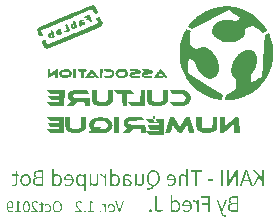
<source format=gbo>
G04 Layer: BottomSilkLayer*
G04 EasyEDA v6.2.44, 2019-10-04T11:08:35+02:00*
G04 41162be0d33c4ba8b269e90eca5c5aeb,6fbb11cf78c9446ebbc1c763f74fa548,10*
G04 Gerber Generator version 0.2*
G04 Scale: 100 percent, Rotated: No, Reflected: No *
G04 Dimensions in millimeters *
G04 leading zeros omitted , absolute positions ,3 integer and 3 decimal *
%FSLAX33Y33*%
%MOMM*%
G90*
G71D02*


%LPD*%

%LPD*%
G36*
G01X47562Y23501D02*
G01X47438Y23773D01*
G01X47308Y23723D01*
G01X47226Y23691D01*
G01X47158Y23661D01*
G01X47103Y23633D01*
G01X47061Y23607D01*
G01X47032Y23583D01*
G01X47014Y23560D01*
G01X47009Y23538D01*
G01X47015Y23518D01*
G01X47040Y23500D01*
G01X47084Y23489D01*
G01X47140Y23487D01*
G01X47202Y23493D01*
G01X47357Y23520D01*
G01X47246Y23466D01*
G01X47203Y23439D01*
G01X47167Y23406D01*
G01X47143Y23371D01*
G01X47135Y23339D01*
G01X47135Y23266D01*
G01X47281Y23295D01*
G01X47426Y23324D01*
G01X47457Y23227D01*
G01X47494Y23164D01*
G01X47549Y23133D01*
G01X47607Y23137D01*
G01X47655Y23180D01*
G01X47657Y23220D01*
G01X47640Y23295D01*
G01X47607Y23392D01*
G01X47562Y23501D01*
G37*

%LPD*%
G36*
G01X46920Y23314D02*
G01X46857Y23325D01*
G01X46773Y23310D01*
G01X46667Y23270D01*
G01X46614Y23242D01*
G01X46574Y23211D01*
G01X46548Y23174D01*
G01X46534Y23130D01*
G01X46531Y23077D01*
G01X46541Y23014D01*
G01X46562Y22937D01*
G01X46595Y22846D01*
G01X46642Y22723D01*
G01X46703Y22771D01*
G01X46737Y22792D01*
G01X46784Y22814D01*
G01X46839Y22834D01*
G01X46894Y22850D01*
G01X46982Y22888D01*
G01X47044Y22948D01*
G01X47072Y23017D01*
G01X47058Y23084D01*
G01X47034Y23102D01*
G01X46992Y23117D01*
G01X46936Y23128D01*
G01X46872Y23134D01*
G01X46792Y23138D01*
G01X46773Y23149D01*
G01X46817Y23171D01*
G01X46928Y23207D01*
G01X46950Y23219D01*
G01X46964Y23237D01*
G01X46969Y23257D01*
G01X46962Y23278D01*
G01X46920Y23314D01*
G37*

%LPD*%
G36*
G01X46190Y23210D02*
G01X46149Y23216D01*
G01X46119Y23204D01*
G01X46095Y23180D01*
G01X46081Y23150D01*
G01X46077Y23117D01*
G01X46073Y23082D01*
G01X46055Y23050D01*
G01X46027Y23022D01*
G01X45955Y22986D01*
G01X45920Y22955D01*
G01X45890Y22918D01*
G01X45871Y22877D01*
G01X45865Y22830D01*
G01X45872Y22776D01*
G01X45890Y22720D01*
G01X45917Y22664D01*
G01X45950Y22614D01*
G01X45987Y22573D01*
G01X46025Y22545D01*
G01X46064Y22536D01*
G01X46107Y22542D01*
G01X46163Y22560D01*
G01X46226Y22585D01*
G01X46290Y22616D01*
G01X46348Y22649D01*
G01X46395Y22680D01*
G01X46425Y22707D01*
G01X46432Y22726D01*
G01X46419Y22758D01*
G01X46394Y22819D01*
G01X46361Y22901D01*
G01X46323Y22996D01*
G01X46276Y23101D01*
G01X46232Y23172D01*
G01X46190Y23210D01*
G37*

%LPC*%
G36*
G01X46144Y22854D02*
G01X46100Y22880D01*
G01X46062Y22879D01*
G01X46046Y22845D01*
G01X46050Y22825D01*
G01X46060Y22797D01*
G01X46075Y22766D01*
G01X46093Y22735D01*
G01X46136Y22693D01*
G01X46172Y22697D01*
G01X46189Y22738D01*
G01X46177Y22805D01*
G01X46144Y22854D01*
G37*

%LPD*%
G36*
G01X45555Y22926D02*
G01X45515Y22951D01*
G01X45476Y22949D01*
G01X45424Y22919D01*
G01X45407Y22871D01*
G01X45423Y22789D01*
G01X45475Y22656D01*
G01X45547Y22482D01*
G01X45425Y22426D01*
G01X45380Y22401D01*
G01X45345Y22372D01*
G01X45320Y22341D01*
G01X45307Y22310D01*
G01X45305Y22282D01*
G01X45315Y22259D01*
G01X45339Y22244D01*
G01X45376Y22238D01*
G01X45418Y22245D01*
G01X45478Y22263D01*
G01X45550Y22290D01*
G01X45624Y22322D01*
G01X45799Y22406D01*
G01X45767Y22508D01*
G01X45748Y22562D01*
G01X45718Y22634D01*
G01X45681Y22714D01*
G01X45643Y22794D01*
G01X45598Y22873D01*
G01X45555Y22926D01*
G37*

%LPD*%
G36*
G01X44942Y22532D02*
G01X44899Y22532D01*
G01X44853Y22523D01*
G01X44805Y22506D01*
G01X44756Y22480D01*
G01X44709Y22446D01*
G01X44598Y22356D01*
G01X44633Y22195D01*
G01X44652Y22127D01*
G01X44674Y22075D01*
G01X44701Y22038D01*
G01X44736Y22016D01*
G01X44779Y22008D01*
G01X44833Y22012D01*
G01X44898Y22030D01*
G01X44975Y22060D01*
G01X45042Y22093D01*
G01X45094Y22130D01*
G01X45130Y22168D01*
G01X45149Y22207D01*
G01X45151Y22244D01*
G01X45136Y22277D01*
G01X45103Y22304D01*
G01X45052Y22324D01*
G01X45009Y22339D01*
G01X44988Y22354D01*
G01X44987Y22370D01*
G01X45008Y22388D01*
G01X45029Y22407D01*
G01X45040Y22430D01*
G01X45043Y22456D01*
G01X45034Y22480D01*
G01X45011Y22507D01*
G01X44979Y22524D01*
G01X44942Y22532D01*
G37*

%LPD*%
G36*
G01X47751Y24565D02*
G01X47744Y24565D01*
G01X47734Y24562D01*
G01X47720Y24558D01*
G01X47703Y24552D01*
G01X47681Y24545D01*
G01X47657Y24537D01*
G01X47629Y24527D01*
G01X47598Y24516D01*
G01X47564Y24503D01*
G01X47527Y24489D01*
G01X47487Y24474D01*
G01X47444Y24457D01*
G01X47398Y24440D01*
G01X47350Y24421D01*
G01X47299Y24402D01*
G01X47246Y24380D01*
G01X47190Y24358D01*
G01X47132Y24335D01*
G01X47072Y24312D01*
G01X47010Y24287D01*
G01X46946Y24261D01*
G01X46880Y24235D01*
G01X46812Y24208D01*
G01X46743Y24180D01*
G01X46672Y24152D01*
G01X46526Y24092D01*
G01X46451Y24062D01*
G01X46374Y24031D01*
G01X46297Y23999D01*
G01X46139Y23935D01*
G01X46058Y23902D01*
G01X45978Y23869D01*
G01X45814Y23802D01*
G01X45732Y23768D01*
G01X45649Y23734D01*
G01X45566Y23699D01*
G01X45483Y23665D01*
G01X45316Y23596D01*
G01X45233Y23562D01*
G01X45151Y23528D01*
G01X45068Y23493D01*
G01X44986Y23459D01*
G01X44905Y23425D01*
G01X44824Y23392D01*
G01X44744Y23358D01*
G01X44664Y23325D01*
G01X44586Y23292D01*
G01X44509Y23260D01*
G01X44433Y23228D01*
G01X44358Y23196D01*
G01X44284Y23165D01*
G01X44212Y23135D01*
G01X44141Y23104D01*
G01X44072Y23075D01*
G01X44005Y23046D01*
G01X43939Y23018D01*
G01X43875Y22991D01*
G01X43814Y22964D01*
G01X43754Y22938D01*
G01X43696Y22914D01*
G01X43641Y22890D01*
G01X43588Y22867D01*
G01X43538Y22845D01*
G01X43490Y22824D01*
G01X43445Y22804D01*
G01X43402Y22785D01*
G01X43362Y22767D01*
G01X43326Y22751D01*
G01X43292Y22735D01*
G01X43262Y22721D01*
G01X43235Y22708D01*
G01X43211Y22696D01*
G01X43190Y22686D01*
G01X43173Y22677D01*
G01X43160Y22670D01*
G01X43151Y22664D01*
G01X43100Y22627D01*
G01X43064Y22587D01*
G01X43042Y22543D01*
G01X43033Y22491D01*
G01X43037Y22428D01*
G01X43056Y22351D01*
G01X43087Y22258D01*
G01X43131Y22146D01*
G01X43170Y22057D01*
G01X43206Y21989D01*
G01X43239Y21941D01*
G01X43273Y21911D01*
G01X43309Y21900D01*
G01X43348Y21904D01*
G01X43393Y21925D01*
G01X43445Y21959D01*
G01X43537Y22026D01*
G01X43458Y22223D01*
G01X43380Y22420D01*
G01X43933Y22648D01*
G01X43960Y22659D01*
G01X43990Y22672D01*
G01X44022Y22685D01*
G01X44058Y22700D01*
G01X44096Y22715D01*
G01X44137Y22733D01*
G01X44181Y22751D01*
G01X44227Y22769D01*
G01X44275Y22790D01*
G01X44325Y22810D01*
G01X44377Y22832D01*
G01X44432Y22855D01*
G01X44489Y22878D01*
G01X44547Y22902D01*
G01X44607Y22927D01*
G01X44668Y22953D01*
G01X44731Y22979D01*
G01X44796Y23006D01*
G01X44863Y23033D01*
G01X44930Y23061D01*
G01X44998Y23089D01*
G01X45067Y23118D01*
G01X45138Y23147D01*
G01X45209Y23177D01*
G01X45281Y23207D01*
G01X45427Y23267D01*
G01X45501Y23298D01*
G01X45575Y23328D01*
G01X45649Y23359D01*
G01X45724Y23390D01*
G01X45798Y23421D01*
G01X45947Y23483D01*
G01X46095Y23545D01*
G01X47704Y24213D01*
G01X47789Y24018D01*
G01X47822Y23948D01*
G01X47854Y23895D01*
G01X47887Y23857D01*
G01X47922Y23835D01*
G01X47959Y23828D01*
G01X48001Y23835D01*
G01X48048Y23856D01*
G01X48101Y23891D01*
G01X48195Y23960D01*
G01X48101Y24176D01*
G01X48059Y24266D01*
G01X48013Y24354D01*
G01X47970Y24428D01*
G01X47934Y24479D01*
G01X47898Y24512D01*
G01X47851Y24540D01*
G01X47800Y24559D01*
G01X47751Y24565D01*
G37*

%LPD*%
G36*
G01X44408Y22211D02*
G01X44306Y22442D01*
G01X44223Y22426D01*
G01X44188Y22412D01*
G01X44166Y22386D01*
G01X44154Y22350D01*
G01X44154Y22258D01*
G01X44140Y22221D01*
G01X44111Y22193D01*
G01X44068Y22175D01*
G01X44029Y22157D01*
G01X44000Y22127D01*
G01X43981Y22088D01*
G01X43971Y22043D01*
G01X43970Y21993D01*
G01X43977Y21942D01*
G01X43991Y21892D01*
G01X44012Y21845D01*
G01X44040Y21805D01*
G01X44073Y21772D01*
G01X44112Y21751D01*
G01X44156Y21743D01*
G01X44208Y21748D01*
G01X44265Y21762D01*
G01X44324Y21783D01*
G01X44381Y21809D01*
G01X44432Y21838D01*
G01X44473Y21868D01*
G01X44500Y21897D01*
G01X44510Y21922D01*
G01X44503Y21963D01*
G01X44481Y22030D01*
G01X44448Y22116D01*
G01X44408Y22211D01*
G37*

%LPC*%
G36*
G01X44227Y22058D02*
G01X44197Y22070D01*
G01X44172Y22039D01*
G01X44169Y22013D01*
G01X44175Y21983D01*
G01X44188Y21953D01*
G01X44208Y21927D01*
G01X44264Y21872D01*
G01X44264Y21948D01*
G01X44252Y22014D01*
G01X44227Y22058D01*
G37*

%LPD*%
G36*
G01X59149Y24458D02*
G01X59024Y24458D01*
G01X58962Y24457D01*
G01X58836Y24451D01*
G01X58774Y24447D01*
G01X58648Y24435D01*
G01X58586Y24427D01*
G01X58523Y24419D01*
G01X58460Y24409D01*
G01X58398Y24399D01*
G01X58335Y24387D01*
G01X58273Y24375D01*
G01X58210Y24361D01*
G01X58148Y24347D01*
G01X58086Y24332D01*
G01X58024Y24316D01*
G01X57902Y24280D01*
G01X57840Y24261D01*
G01X57779Y24241D01*
G01X57719Y24220D01*
G01X57659Y24198D01*
G01X57599Y24175D01*
G01X57539Y24151D01*
G01X57480Y24127D01*
G01X57421Y24101D01*
G01X57305Y24047D01*
G01X57248Y24019D01*
G01X57190Y23990D01*
G01X57134Y23959D01*
G01X57077Y23928D01*
G01X56967Y23864D01*
G01X56912Y23830D01*
G01X56858Y23795D01*
G01X56805Y23760D01*
G01X56753Y23724D01*
G01X56700Y23687D01*
G01X56649Y23649D01*
G01X56597Y23609D01*
G01X56543Y23564D01*
G01X56488Y23517D01*
G01X56431Y23467D01*
G01X56373Y23416D01*
G01X56316Y23362D01*
G01X56204Y23252D01*
G01X56149Y23197D01*
G01X56097Y23142D01*
G01X56047Y23089D01*
G01X56000Y23037D01*
G01X55957Y22988D01*
G01X55918Y22941D01*
G01X55884Y22897D01*
G01X55854Y22858D01*
G01X55830Y22823D01*
G01X55813Y22792D01*
G01X55802Y22768D01*
G01X55798Y22749D01*
G01X55811Y22717D01*
G01X55845Y22680D01*
G01X55896Y22641D01*
G01X55959Y22607D01*
G01X56120Y22531D01*
G01X59234Y24117D01*
G01X59719Y23809D01*
G01X59817Y23746D01*
G01X59907Y23687D01*
G01X59990Y23633D01*
G01X60061Y23584D01*
G01X60121Y23543D01*
G01X60166Y23510D01*
G01X60194Y23487D01*
G01X60204Y23476D01*
G01X60187Y23458D01*
G01X60142Y23425D01*
G01X60074Y23384D01*
G01X59991Y23338D01*
G01X59778Y23226D01*
G01X59512Y23282D01*
G01X59443Y23296D01*
G01X59375Y23307D01*
G01X59307Y23315D01*
G01X59239Y23321D01*
G01X59172Y23324D01*
G01X59106Y23325D01*
G01X59040Y23323D01*
G01X58975Y23319D01*
G01X58911Y23313D01*
G01X58848Y23305D01*
G01X58786Y23294D01*
G01X58725Y23281D01*
G01X58666Y23267D01*
G01X58607Y23249D01*
G01X58551Y23231D01*
G01X58495Y23210D01*
G01X58441Y23187D01*
G01X58389Y23162D01*
G01X58339Y23136D01*
G01X58290Y23107D01*
G01X58244Y23077D01*
G01X58199Y23045D01*
G01X58157Y23012D01*
G01X58117Y22977D01*
G01X58079Y22940D01*
G01X58043Y22901D01*
G01X58011Y22862D01*
G01X57980Y22821D01*
G01X57952Y22778D01*
G01X57927Y22734D01*
G01X57905Y22689D01*
G01X57886Y22643D01*
G01X57869Y22595D01*
G01X57856Y22546D01*
G01X57847Y22496D01*
G01X57840Y22445D01*
G01X57817Y22211D01*
G01X57986Y21990D01*
G01X58029Y21936D01*
G01X58078Y21884D01*
G01X58132Y21834D01*
G01X58191Y21784D01*
G01X58253Y21737D01*
G01X58320Y21691D01*
G01X58391Y21648D01*
G01X58466Y21608D01*
G01X58777Y21446D01*
G01X59656Y21446D01*
G01X59931Y21549D01*
G01X59999Y21576D01*
G01X60064Y21605D01*
G01X60125Y21635D01*
G01X60184Y21667D01*
G01X60239Y21701D01*
G01X60291Y21736D01*
G01X60339Y21773D01*
G01X60384Y21811D01*
G01X60426Y21851D01*
G01X60464Y21893D01*
G01X60499Y21935D01*
G01X60530Y21979D01*
G01X60558Y22024D01*
G01X60582Y22071D01*
G01X60602Y22119D01*
G01X60619Y22167D01*
G01X60632Y22218D01*
G01X60642Y22269D01*
G01X60648Y22321D01*
G01X60650Y22375D01*
G01X60650Y22514D01*
G01X60954Y22665D01*
G01X61259Y22815D01*
G01X61718Y22502D01*
G01X62176Y22189D01*
G01X62329Y22276D01*
G01X62388Y22314D01*
G01X62436Y22352D01*
G01X62469Y22388D01*
G01X62481Y22416D01*
G01X62477Y22440D01*
G01X62467Y22471D01*
G01X62449Y22508D01*
G01X62425Y22552D01*
G01X62396Y22600D01*
G01X62362Y22654D01*
G01X62322Y22710D01*
G01X62279Y22770D01*
G01X62232Y22833D01*
G01X62181Y22897D01*
G01X62128Y22963D01*
G01X62073Y23029D01*
G01X62016Y23094D01*
G01X61957Y23159D01*
G01X61898Y23223D01*
G01X61839Y23284D01*
G01X61797Y23326D01*
G01X61755Y23367D01*
G01X61711Y23407D01*
G01X61667Y23446D01*
G01X61623Y23486D01*
G01X61578Y23524D01*
G01X61532Y23562D01*
G01X61486Y23599D01*
G01X61392Y23671D01*
G01X61344Y23706D01*
G01X61246Y23774D01*
G01X61196Y23807D01*
G01X61146Y23839D01*
G01X61096Y23870D01*
G01X61044Y23901D01*
G01X60993Y23931D01*
G01X60941Y23960D01*
G01X60888Y23989D01*
G01X60835Y24016D01*
G01X60727Y24070D01*
G01X60619Y24120D01*
G01X60563Y24143D01*
G01X60508Y24167D01*
G01X60396Y24211D01*
G01X60339Y24231D01*
G01X60283Y24251D01*
G01X60225Y24270D01*
G01X60168Y24289D01*
G01X60052Y24323D01*
G01X59994Y24339D01*
G01X59876Y24367D01*
G01X59818Y24380D01*
G01X59759Y24393D01*
G01X59699Y24404D01*
G01X59639Y24414D01*
G01X59517Y24432D01*
G01X59456Y24439D01*
G01X59395Y24445D01*
G01X59334Y24449D01*
G01X59272Y24453D01*
G01X59210Y24456D01*
G01X59149Y24458D01*
G37*

%LPD*%
G36*
G01X48455Y23298D02*
G01X48327Y23580D01*
G01X48028Y23425D01*
G01X48111Y23252D01*
G01X48142Y23176D01*
G01X48159Y23112D01*
G01X48160Y23063D01*
G01X48146Y23032D01*
G01X48142Y23029D01*
G01X48134Y23025D01*
G01X48121Y23018D01*
G01X48105Y23011D01*
G01X48084Y23001D01*
G01X48059Y22990D01*
G01X48031Y22977D01*
G01X47999Y22963D01*
G01X47964Y22947D01*
G01X47926Y22930D01*
G01X47884Y22912D01*
G01X47839Y22892D01*
G01X47791Y22871D01*
G01X47740Y22849D01*
G01X47687Y22826D01*
G01X47630Y22802D01*
G01X47571Y22776D01*
G01X47510Y22750D01*
G01X47447Y22723D01*
G01X47381Y22695D01*
G01X47314Y22666D01*
G01X47244Y22636D01*
G01X47172Y22606D01*
G01X47100Y22575D01*
G01X47025Y22543D01*
G01X46949Y22510D01*
G01X46872Y22478D01*
G01X46793Y22444D01*
G01X46713Y22411D01*
G01X46633Y22376D01*
G01X46551Y22342D01*
G01X46469Y22307D01*
G01X46387Y22273D01*
G01X46303Y22237D01*
G01X46136Y22167D01*
G01X45968Y22096D01*
G01X45800Y22026D01*
G01X45717Y21991D01*
G01X45635Y21956D01*
G01X45552Y21922D01*
G01X45471Y21887D01*
G01X45390Y21854D01*
G01X45232Y21788D01*
G01X45155Y21756D01*
G01X45079Y21724D01*
G01X45005Y21693D01*
G01X44932Y21663D01*
G01X44860Y21633D01*
G01X44791Y21604D01*
G01X44723Y21577D01*
G01X44658Y21550D01*
G01X44595Y21524D01*
G01X44534Y21499D01*
G01X44475Y21474D01*
G01X44419Y21452D01*
G01X44366Y21430D01*
G01X44315Y21409D01*
G01X44267Y21390D01*
G01X44222Y21372D01*
G01X44181Y21355D01*
G01X44143Y21340D01*
G01X44108Y21326D01*
G01X44076Y21313D01*
G01X44048Y21303D01*
G01X43987Y21280D01*
G01X43975Y21276D01*
G01X43865Y21241D01*
G01X43787Y21430D01*
G01X43755Y21508D01*
G01X43730Y21566D01*
G01X43709Y21604D01*
G01X43690Y21625D01*
G01X43667Y21632D01*
G01X43639Y21627D01*
G01X43602Y21612D01*
G01X43552Y21589D01*
G01X43500Y21563D01*
G01X43462Y21537D01*
G01X43439Y21508D01*
G01X43431Y21470D01*
G01X43438Y21422D01*
G01X43458Y21357D01*
G01X43493Y21272D01*
G01X43543Y21164D01*
G01X43573Y21102D01*
G01X43603Y21047D01*
G01X43633Y21000D01*
G01X43662Y20961D01*
G01X43692Y20929D01*
G01X43721Y20904D01*
G01X43750Y20887D01*
G01X43779Y20876D01*
G01X43896Y20847D01*
G01X45528Y21524D01*
G01X45596Y21552D01*
G01X45663Y21580D01*
G01X45800Y21637D01*
G01X45869Y21665D01*
G01X46007Y21723D01*
G01X46076Y21751D01*
G01X46145Y21780D01*
G01X46351Y21866D01*
G01X46419Y21894D01*
G01X46486Y21922D01*
G01X46553Y21949D01*
G01X46619Y21977D01*
G01X46685Y22004D01*
G01X46813Y22058D01*
G01X46876Y22084D01*
G01X46938Y22110D01*
G01X46999Y22135D01*
G01X47059Y22160D01*
G01X47118Y22185D01*
G01X47175Y22208D01*
G01X47231Y22232D01*
G01X47285Y22255D01*
G01X47339Y22277D01*
G01X47390Y22298D01*
G01X47439Y22319D01*
G01X47487Y22339D01*
G01X47533Y22358D01*
G01X47577Y22377D01*
G01X47620Y22394D01*
G01X47660Y22411D01*
G01X47698Y22427D01*
G01X47734Y22442D01*
G01X47767Y22456D01*
G01X47799Y22470D01*
G01X47827Y22482D01*
G01X48495Y22763D01*
G01X48540Y22889D01*
G01X48584Y23016D01*
G01X48455Y23298D01*
G37*

%LPD*%
G36*
G01X45753Y19120D02*
G01X45440Y19120D01*
G01X45348Y19118D01*
G01X45266Y19112D01*
G01X45193Y19103D01*
G01X45129Y19089D01*
G01X45074Y19071D01*
G01X45028Y19048D01*
G01X44990Y19021D01*
G01X44959Y18988D01*
G01X44936Y18951D01*
G01X44919Y18908D01*
G01X44910Y18859D01*
G01X44907Y18804D01*
G01X44911Y18727D01*
G01X44925Y18660D01*
G01X44948Y18602D01*
G01X44981Y18552D01*
G01X45026Y18511D01*
G01X45081Y18477D01*
G01X45150Y18448D01*
G01X45230Y18426D01*
G01X45301Y18413D01*
G01X45372Y18407D01*
G01X45441Y18405D01*
G01X45509Y18409D01*
G01X45575Y18418D01*
G01X45639Y18433D01*
G01X45699Y18451D01*
G01X45755Y18474D01*
G01X45807Y18501D01*
G01X45854Y18532D01*
G01X45895Y18566D01*
G01X45930Y18604D01*
G01X45958Y18644D01*
G01X45979Y18688D01*
G01X45992Y18733D01*
G01X45996Y18781D01*
G01X45987Y18828D01*
G01X45960Y18884D01*
G01X45922Y18944D01*
G01X45874Y18998D01*
G01X45753Y19120D01*
G37*

%LPC*%
G36*
G01X45702Y18922D02*
G01X45152Y18922D01*
G01X45121Y18840D01*
G01X45106Y18787D01*
G01X45108Y18739D01*
G01X45125Y18698D01*
G01X45157Y18663D01*
G01X45203Y18636D01*
G01X45264Y18616D01*
G01X45339Y18604D01*
G01X45427Y18600D01*
G01X45515Y18604D01*
G01X45589Y18616D01*
G01X45650Y18636D01*
G01X45697Y18663D01*
G01X45729Y18698D01*
G01X45745Y18739D01*
G01X45747Y18787D01*
G01X45733Y18840D01*
G01X45702Y18922D01*
G37*

%LPD*%
G36*
G01X48574Y19120D02*
G01X48318Y19120D01*
G01X48333Y18761D01*
G01X48347Y18402D01*
G01X48546Y18402D01*
G01X48574Y19120D01*
G37*

%LPD*%
G36*
G01X46751Y19168D02*
G01X46442Y19169D01*
G01X46442Y19105D01*
G01X46459Y19038D01*
G01X46506Y18979D01*
G01X46572Y18937D01*
G01X46647Y18922D01*
G01X46733Y18922D01*
G01X46749Y18662D01*
G01X46763Y18402D01*
G01X46962Y18402D01*
G01X46976Y18662D01*
G01X46992Y18922D01*
G01X47112Y18922D01*
G01X47160Y18927D01*
G01X47196Y18942D01*
G01X47220Y18963D01*
G01X47231Y18990D01*
G01X47230Y19021D01*
G01X47216Y19054D01*
G01X47189Y19086D01*
G01X47147Y19116D01*
G01X47124Y19126D01*
G01X47089Y19136D01*
G01X47046Y19144D01*
G01X46995Y19152D01*
G01X46939Y19158D01*
G01X46878Y19163D01*
G01X46815Y19166D01*
G01X46751Y19168D01*
G37*

%LPD*%
G36*
G01X50505Y19120D02*
G01X49858Y19120D01*
G01X49759Y19021D01*
G01X49724Y18981D01*
G01X49696Y18940D01*
G01X49675Y18896D01*
G01X49661Y18852D01*
G01X49653Y18808D01*
G01X49652Y18763D01*
G01X49658Y18720D01*
G01X49669Y18676D01*
G01X49687Y18635D01*
G01X49710Y18595D01*
G01X49739Y18558D01*
G01X49773Y18523D01*
G01X49813Y18492D01*
G01X49858Y18466D01*
G01X49908Y18443D01*
G01X49963Y18425D01*
G01X50031Y18409D01*
G01X50097Y18398D01*
G01X50162Y18393D01*
G01X50226Y18393D01*
G01X50287Y18397D01*
G01X50345Y18405D01*
G01X50401Y18417D01*
G01X50453Y18434D01*
G01X50502Y18453D01*
G01X50548Y18476D01*
G01X50589Y18502D01*
G01X50626Y18531D01*
G01X50658Y18562D01*
G01X50686Y18596D01*
G01X50708Y18631D01*
G01X50725Y18668D01*
G01X50736Y18707D01*
G01X50741Y18747D01*
G01X50740Y18788D01*
G01X50732Y18830D01*
G01X50717Y18871D01*
G01X50694Y18914D01*
G01X50665Y18956D01*
G01X50627Y18998D01*
G01X50505Y19120D01*
G37*

%LPC*%
G36*
G01X50455Y18922D02*
G01X49914Y18922D01*
G01X49882Y18820D01*
G01X49869Y18762D01*
G01X49873Y18711D01*
G01X49891Y18669D01*
G01X49924Y18634D01*
G01X49971Y18608D01*
G01X50032Y18592D01*
G01X50107Y18583D01*
G01X50194Y18585D01*
G01X50277Y18595D01*
G01X50347Y18611D01*
G01X50405Y18635D01*
G01X50449Y18665D01*
G01X50480Y18701D01*
G01X50497Y18742D01*
G01X50499Y18789D01*
G01X50486Y18840D01*
G01X50455Y18922D01*
G37*

%LPD*%
G36*
G01X48866Y19158D02*
G01X48794Y19162D01*
G01X48740Y19160D01*
G01X48700Y19155D01*
G01X48678Y19146D01*
G01X48670Y19132D01*
G01X48677Y19089D01*
G01X48694Y19051D01*
G01X48723Y19018D01*
G01X48763Y18990D01*
G01X48816Y18967D01*
G01X48881Y18948D01*
G01X48959Y18933D01*
G01X49050Y18922D01*
G01X49336Y18897D01*
G01X49354Y18808D01*
G01X49358Y18751D01*
G01X49349Y18702D01*
G01X49324Y18662D01*
G01X49285Y18630D01*
G01X49229Y18606D01*
G01X49157Y18588D01*
G01X49068Y18578D01*
G01X48962Y18575D01*
G01X48673Y18575D01*
G01X48700Y18503D01*
G01X48721Y18467D01*
G01X48752Y18437D01*
G01X48793Y18414D01*
G01X48844Y18398D01*
G01X48906Y18388D01*
G01X48977Y18386D01*
G01X49058Y18390D01*
G01X49148Y18401D01*
G01X49212Y18412D01*
G01X49270Y18428D01*
G01X49323Y18447D01*
G01X49372Y18470D01*
G01X49415Y18496D01*
G01X49453Y18525D01*
G01X49485Y18558D01*
G01X49512Y18593D01*
G01X49533Y18632D01*
G01X49548Y18673D01*
G01X49557Y18717D01*
G01X49561Y18764D01*
G01X49558Y18816D01*
G01X49551Y18863D01*
G01X49539Y18906D01*
G01X49522Y18946D01*
G01X49500Y18980D01*
G01X49473Y19011D01*
G01X49440Y19038D01*
G01X49400Y19061D01*
G01X49355Y19081D01*
G01X49304Y19098D01*
G01X49247Y19112D01*
G01X49183Y19122D01*
G01X49060Y19139D01*
G01X48954Y19150D01*
G01X48866Y19158D01*
G37*

%LPD*%
G36*
G01X52263Y19118D02*
G01X51872Y19120D01*
G01X51959Y19023D01*
G01X52014Y18979D01*
G01X52088Y18946D01*
G01X52183Y18922D01*
G01X52301Y18909D01*
G01X52556Y18890D01*
G01X51989Y18872D01*
G01X51912Y18755D01*
G01X51886Y18708D01*
G01X51870Y18662D01*
G01X51863Y18617D01*
G01X51865Y18575D01*
G01X51876Y18537D01*
G01X51897Y18504D01*
G01X51926Y18477D01*
G01X51963Y18457D01*
G01X52001Y18447D01*
G01X52060Y18437D01*
G01X52135Y18426D01*
G01X52221Y18415D01*
G01X52314Y18406D01*
G01X52410Y18397D01*
G01X52503Y18390D01*
G01X52590Y18385D01*
G01X52665Y18382D01*
G01X52725Y18382D01*
G01X52764Y18385D01*
G01X52778Y18391D01*
G01X52776Y18408D01*
G01X52770Y18434D01*
G01X52760Y18464D01*
G01X52748Y18497D01*
G01X52718Y18575D01*
G01X52402Y18575D01*
G01X52310Y18577D01*
G01X52234Y18581D01*
G01X52174Y18587D01*
G01X52131Y18596D01*
G01X52105Y18606D01*
G01X52094Y18618D01*
G01X52101Y18630D01*
G01X52124Y18642D01*
G01X52164Y18655D01*
G01X52220Y18667D01*
G01X52294Y18678D01*
G01X52384Y18688D01*
G01X52445Y18694D01*
G01X52506Y18703D01*
G01X52563Y18713D01*
G01X52617Y18724D01*
G01X52664Y18736D01*
G01X52704Y18749D01*
G01X52734Y18762D01*
G01X52755Y18774D01*
G01X52787Y18808D01*
G01X52810Y18846D01*
G01X52822Y18887D01*
G01X52825Y18928D01*
G01X52818Y18968D01*
G01X52802Y19006D01*
G01X52776Y19040D01*
G01X52741Y19066D01*
G01X52716Y19076D01*
G01X52677Y19086D01*
G01X52626Y19094D01*
G01X52565Y19102D01*
G01X52496Y19109D01*
G01X52422Y19114D01*
G01X52343Y19117D01*
G01X52263Y19118D01*
G37*

%LPD*%
G36*
G01X46293Y19169D02*
G01X46095Y19169D01*
G01X46095Y18377D01*
G01X46293Y18377D01*
G01X46293Y19169D01*
G37*

%LPD*%
G36*
G01X51119Y19161D02*
G01X51059Y19161D01*
G01X51006Y19159D01*
G01X50960Y19155D01*
G01X50923Y19151D01*
G01X50896Y19144D01*
G01X50881Y19137D01*
G01X50867Y19112D01*
G01X50869Y19084D01*
G01X50886Y19056D01*
G01X50916Y19030D01*
G01X50956Y19006D01*
G01X51004Y18987D01*
G01X51057Y18974D01*
G01X51113Y18967D01*
G01X51182Y18963D01*
G01X51252Y18953D01*
G01X51317Y18939D01*
G01X51367Y18922D01*
G01X51467Y18879D01*
G01X51207Y18876D01*
G01X50949Y18872D01*
G01X50872Y18755D01*
G01X50847Y18712D01*
G01X50831Y18671D01*
G01X50823Y18632D01*
G01X50824Y18596D01*
G01X50833Y18562D01*
G01X50850Y18531D01*
G01X50876Y18503D01*
G01X50909Y18477D01*
G01X50950Y18454D01*
G01X50999Y18434D01*
G01X51056Y18417D01*
G01X51121Y18403D01*
G01X51192Y18391D01*
G01X51272Y18384D01*
G01X51359Y18379D01*
G01X51453Y18377D01*
G01X51746Y18377D01*
G01X51730Y18464D01*
G01X51713Y18550D01*
G01X51379Y18565D01*
G01X51250Y18574D01*
G01X51143Y18587D01*
G01X51072Y18603D01*
G01X51045Y18620D01*
G01X51069Y18638D01*
G01X51133Y18657D01*
G01X51228Y18674D01*
G01X51345Y18688D01*
G01X51455Y18700D01*
G01X51548Y18717D01*
G01X51625Y18737D01*
G01X51686Y18763D01*
G01X51732Y18794D01*
G01X51764Y18830D01*
G01X51782Y18872D01*
G01X51788Y18922D01*
G01X51784Y18962D01*
G01X51771Y18999D01*
G01X51750Y19031D01*
G01X51721Y19060D01*
G01X51682Y19084D01*
G01X51635Y19105D01*
G01X51580Y19120D01*
G01X51516Y19133D01*
G01X51452Y19141D01*
G01X51385Y19148D01*
G01X51317Y19153D01*
G01X51249Y19157D01*
G01X51182Y19160D01*
G01X51119Y19161D01*
G37*

%LPD*%
G36*
G01X53494Y19114D02*
G01X53470Y19120D01*
G01X53449Y19113D01*
G01X53420Y19095D01*
G01X53386Y19066D01*
G01X53347Y19028D01*
G01X53303Y18984D01*
G01X53258Y18933D01*
G01X53211Y18878D01*
G01X53164Y18820D01*
G01X53118Y18760D01*
G01X53074Y18701D01*
G01X53034Y18643D01*
G01X52999Y18589D01*
G01X52969Y18539D01*
G01X52946Y18496D01*
G01X52932Y18459D01*
G01X52927Y18433D01*
G01X52933Y18420D01*
G01X52951Y18409D01*
G01X52981Y18399D01*
G01X53023Y18391D01*
G01X53076Y18385D01*
G01X53140Y18381D01*
G01X53216Y18378D01*
G01X53302Y18377D01*
G01X53677Y18377D01*
G01X53660Y18464D01*
G01X53643Y18502D01*
G01X53607Y18532D01*
G01X53554Y18553D01*
G01X53483Y18566D01*
G01X53381Y18579D01*
G01X53334Y18601D01*
G01X53335Y18646D01*
G01X53374Y18727D01*
G01X53400Y18771D01*
G01X53425Y18800D01*
G01X53451Y18813D01*
G01X53480Y18808D01*
G01X53513Y18786D01*
G01X53554Y18744D01*
G01X53603Y18682D01*
G01X53664Y18600D01*
G01X53718Y18531D01*
G01X53770Y18474D01*
G01X53822Y18429D01*
G01X53870Y18397D01*
G01X53916Y18379D01*
G01X53958Y18375D01*
G01X53996Y18384D01*
G01X54029Y18407D01*
G01X54030Y18420D01*
G01X54021Y18445D01*
G01X54003Y18482D01*
G01X53978Y18529D01*
G01X53944Y18582D01*
G01X53905Y18643D01*
G01X53860Y18709D01*
G01X53811Y18778D01*
G01X53754Y18854D01*
G01X53701Y18921D01*
G01X53650Y18979D01*
G01X53604Y19028D01*
G01X53563Y19068D01*
G01X53525Y19096D01*
G01X53494Y19114D01*
G37*

%LPD*%
G36*
G01X44115Y19169D02*
G01X43917Y19169D01*
G01X43917Y18801D01*
G01X43918Y18726D01*
G01X43920Y18656D01*
G01X43924Y18591D01*
G01X43930Y18533D01*
G01X43936Y18484D01*
G01X43944Y18445D01*
G01X43952Y18418D01*
G01X43960Y18406D01*
G01X43991Y18408D01*
G01X44045Y18430D01*
G01X44114Y18468D01*
G01X44192Y18517D01*
G01X44270Y18571D01*
G01X44342Y18627D01*
G01X44399Y18678D01*
G01X44435Y18721D01*
G01X44460Y18754D01*
G01X44484Y18771D01*
G01X44505Y18773D01*
G01X44524Y18760D01*
G01X44539Y18733D01*
G01X44551Y18692D01*
G01X44558Y18638D01*
G01X44560Y18572D01*
G01X44560Y18370D01*
G01X44672Y18386D01*
G01X44715Y18397D01*
G01X44749Y18415D01*
G01X44772Y18439D01*
G01X44778Y18464D01*
G01X44776Y18511D01*
G01X44773Y18595D01*
G01X44769Y18702D01*
G01X44766Y18823D01*
G01X44758Y19120D01*
G01X44680Y19120D01*
G01X44633Y19106D01*
G01X44563Y19069D01*
G01X44478Y19014D01*
G01X44391Y18946D01*
G01X44306Y18879D01*
G01X44232Y18824D01*
G01X44176Y18787D01*
G01X44147Y18773D01*
G01X44135Y18789D01*
G01X44124Y18831D01*
G01X44117Y18894D01*
G01X44115Y18971D01*
G01X44115Y19169D01*
G37*

%LPD*%
G36*
G01X47701Y19099D02*
G01X47666Y19110D01*
G01X47631Y19109D01*
G01X47596Y19098D01*
G01X47557Y19075D01*
G01X47517Y19041D01*
G01X47474Y18994D01*
G01X47426Y18935D01*
G01X47373Y18863D01*
G01X47315Y18778D01*
G01X47268Y18708D01*
G01X47226Y18643D01*
G01X47187Y18582D01*
G01X47153Y18528D01*
G01X47125Y18481D01*
G01X47103Y18445D01*
G01X47090Y18419D01*
G01X47085Y18407D01*
G01X47093Y18401D01*
G01X47117Y18395D01*
G01X47153Y18390D01*
G01X47201Y18386D01*
G01X47260Y18382D01*
G01X47327Y18379D01*
G01X47402Y18378D01*
G01X47481Y18377D01*
G01X47561Y18378D01*
G01X47635Y18381D01*
G01X47702Y18384D01*
G01X47761Y18390D01*
G01X47809Y18396D01*
G01X47846Y18404D01*
G01X47869Y18412D01*
G01X47878Y18420D01*
G01X47857Y18475D01*
G01X47800Y18523D01*
G01X47716Y18561D01*
G01X47611Y18583D01*
G01X47469Y18600D01*
G01X47564Y18717D01*
G01X47659Y18833D01*
G01X47846Y18605D01*
G01X47910Y18534D01*
G01X47975Y18474D01*
G01X48038Y18426D01*
G01X48096Y18391D01*
G01X48148Y18372D01*
G01X48188Y18369D01*
G01X48214Y18384D01*
G01X48224Y18419D01*
G01X48218Y18438D01*
G01X48204Y18469D01*
G01X48180Y18509D01*
G01X48150Y18558D01*
G01X48114Y18612D01*
G01X48074Y18671D01*
G01X48030Y18732D01*
G01X47985Y18794D01*
G01X47939Y18855D01*
G01X47894Y18912D01*
G01X47852Y18963D01*
G01X47812Y19008D01*
G01X47773Y19048D01*
G01X47737Y19079D01*
G01X47701Y19099D01*
G37*

%LPD*%
G36*
G01X55715Y22493D02*
G01X55665Y22505D01*
G01X55634Y22501D01*
G01X55620Y22489D01*
G01X55604Y22469D01*
G01X55585Y22440D01*
G01X55565Y22405D01*
G01X55542Y22362D01*
G01X55517Y22314D01*
G01X55491Y22261D01*
G01X55464Y22204D01*
G01X55437Y22142D01*
G01X55410Y22078D01*
G01X55382Y22012D01*
G01X55354Y21943D01*
G01X55300Y21805D01*
G01X55275Y21736D01*
G01X55251Y21668D01*
G01X55229Y21602D01*
G01X55208Y21538D01*
G01X55191Y21478D01*
G01X55175Y21422D01*
G01X55164Y21376D01*
G01X55154Y21328D01*
G01X55144Y21278D01*
G01X55135Y21226D01*
G01X55127Y21171D01*
G01X55120Y21114D01*
G01X55112Y21056D01*
G01X55106Y20996D01*
G01X55101Y20935D01*
G01X55096Y20873D01*
G01X55092Y20810D01*
G01X55089Y20745D01*
G01X55087Y20681D01*
G01X55085Y20615D01*
G01X55083Y20550D01*
G01X55083Y20418D01*
G01X55085Y20352D01*
G01X55086Y20286D01*
G01X55089Y20221D01*
G01X55092Y20157D01*
G01X55095Y20094D01*
G01X55100Y20031D01*
G01X55105Y19970D01*
G01X55111Y19909D01*
G01X55118Y19851D01*
G01X55125Y19794D01*
G01X55133Y19739D01*
G01X55142Y19686D01*
G01X55152Y19635D01*
G01X55162Y19586D01*
G01X55173Y19540D01*
G01X55188Y19483D01*
G01X55204Y19425D01*
G01X55222Y19368D01*
G01X55240Y19310D01*
G01X55259Y19253D01*
G01X55280Y19196D01*
G01X55301Y19138D01*
G01X55323Y19081D01*
G01X55346Y19024D01*
G01X55371Y18967D01*
G01X55395Y18911D01*
G01X55421Y18855D01*
G01X55448Y18799D01*
G01X55476Y18743D01*
G01X55505Y18688D01*
G01X55534Y18632D01*
G01X55564Y18577D01*
G01X55596Y18523D01*
G01X55627Y18469D01*
G01X55660Y18415D01*
G01X55728Y18309D01*
G01X55798Y18205D01*
G01X55872Y18103D01*
G01X55909Y18053D01*
G01X55987Y17955D01*
G01X56067Y17859D01*
G01X56108Y17812D01*
G01X56192Y17720D01*
G01X56278Y17632D01*
G01X56321Y17589D01*
G01X56366Y17546D01*
G01X56456Y17464D01*
G01X56548Y17386D01*
G01X56595Y17348D01*
G01X56642Y17311D01*
G01X56690Y17275D01*
G01X56740Y17239D01*
G01X56792Y17203D01*
G01X56845Y17168D01*
G01X56955Y17100D01*
G01X57012Y17066D01*
G01X57130Y17000D01*
G01X57190Y16969D01*
G01X57251Y16938D01*
G01X57312Y16908D01*
G01X57375Y16879D01*
G01X57437Y16850D01*
G01X57500Y16822D01*
G01X57563Y16796D01*
G01X57627Y16770D01*
G01X57690Y16745D01*
G01X57753Y16722D01*
G01X57879Y16678D01*
G01X58003Y16640D01*
G01X58064Y16623D01*
G01X58125Y16607D01*
G01X58185Y16592D01*
G01X58244Y16579D01*
G01X58302Y16567D01*
G01X58359Y16557D01*
G01X58414Y16548D01*
G01X58468Y16541D01*
G01X58521Y16536D01*
G01X58694Y16520D01*
G01X58721Y16917D01*
G01X57260Y17882D01*
G01X55798Y18848D01*
G01X55798Y19000D01*
G01X55799Y19041D01*
G01X55801Y19095D01*
G01X55804Y19163D01*
G01X55807Y19241D01*
G01X55812Y19326D01*
G01X55818Y19417D01*
G01X55824Y19509D01*
G01X55830Y19603D01*
G01X55862Y20052D01*
G01X56124Y19878D01*
G01X56387Y19704D01*
G01X56463Y19479D01*
G01X56487Y19412D01*
G01X56512Y19347D01*
G01X56539Y19284D01*
G01X56568Y19222D01*
G01X56599Y19162D01*
G01X56631Y19104D01*
G01X56665Y19047D01*
G01X56700Y18992D01*
G01X56738Y18939D01*
G01X56776Y18888D01*
G01X56815Y18839D01*
G01X56856Y18792D01*
G01X56899Y18746D01*
G01X56942Y18704D01*
G01X56986Y18663D01*
G01X57032Y18624D01*
G01X57079Y18588D01*
G01X57127Y18554D01*
G01X57176Y18522D01*
G01X57226Y18493D01*
G01X57277Y18466D01*
G01X57329Y18442D01*
G01X57382Y18420D01*
G01X57436Y18401D01*
G01X57672Y18322D01*
G01X57870Y18375D01*
G01X57926Y18393D01*
G01X57980Y18417D01*
G01X58032Y18446D01*
G01X58082Y18479D01*
G01X58129Y18518D01*
G01X58174Y18562D01*
G01X58216Y18609D01*
G01X58254Y18661D01*
G01X58290Y18717D01*
G01X58322Y18775D01*
G01X58350Y18838D01*
G01X58375Y18903D01*
G01X58387Y18945D01*
G01X58396Y18991D01*
G01X58404Y19040D01*
G01X58410Y19091D01*
G01X58413Y19146D01*
G01X58415Y19203D01*
G01X58415Y19262D01*
G01X58413Y19322D01*
G01X58409Y19384D01*
G01X58403Y19446D01*
G01X58396Y19509D01*
G01X58387Y19572D01*
G01X58375Y19635D01*
G01X58363Y19697D01*
G01X58349Y19758D01*
G01X58333Y19818D01*
G01X58315Y19876D01*
G01X58297Y19932D01*
G01X58276Y19985D01*
G01X58255Y20036D01*
G01X58231Y20085D01*
G01X58205Y20134D01*
G01X58175Y20185D01*
G01X58142Y20236D01*
G01X58108Y20288D01*
G01X58071Y20339D01*
G01X58031Y20391D01*
G01X57991Y20442D01*
G01X57949Y20492D01*
G01X57906Y20541D01*
G01X57818Y20635D01*
G01X57773Y20678D01*
G01X57728Y20720D01*
G01X57683Y20759D01*
G01X57639Y20796D01*
G01X57596Y20829D01*
G01X57553Y20859D01*
G01X57512Y20885D01*
G01X57472Y20906D01*
G01X57414Y20932D01*
G01X57349Y20954D01*
G01X57281Y20972D01*
G01X57209Y20984D01*
G01X57136Y20993D01*
G01X57063Y20997D01*
G01X56992Y20996D01*
G01X56924Y20991D01*
G01X56861Y20982D01*
G01X56805Y20967D01*
G01X56756Y20949D01*
G01X56717Y20925D01*
G01X56667Y20891D01*
G01X56619Y20869D01*
G01X56571Y20859D01*
G01X56518Y20862D01*
G01X56458Y20879D01*
G01X56387Y20909D01*
G01X56301Y20954D01*
G01X56199Y21014D01*
G01X55931Y21175D01*
G01X55941Y21595D01*
G01X55943Y21683D01*
G01X55947Y21771D01*
G01X55951Y21857D01*
G01X55956Y21939D01*
G01X55961Y22013D01*
G01X55966Y22079D01*
G01X55972Y22134D01*
G01X55978Y22174D01*
G01X56006Y22333D01*
G01X55844Y22432D01*
G01X55777Y22468D01*
G01X55715Y22493D01*
G37*

%LPD*%
G36*
G01X62705Y22022D02*
G01X62633Y22193D01*
G01X62486Y22117D01*
G01X62426Y22083D01*
G01X62371Y22046D01*
G01X62328Y22011D01*
G01X62302Y21982D01*
G01X62301Y21976D01*
G01X62298Y21965D01*
G01X62296Y21947D01*
G01X62293Y21925D01*
G01X62290Y21898D01*
G01X62286Y21865D01*
G01X62283Y21827D01*
G01X62279Y21786D01*
G01X62275Y21740D01*
G01X62271Y21690D01*
G01X62267Y21635D01*
G01X62262Y21578D01*
G01X62257Y21517D01*
G01X62252Y21452D01*
G01X62247Y21385D01*
G01X62242Y21314D01*
G01X62237Y21241D01*
G01X62232Y21166D01*
G01X62226Y21088D01*
G01X62220Y21008D01*
G01X62215Y20927D01*
G01X62209Y20844D01*
G01X62204Y20759D01*
G01X62192Y20587D01*
G01X62187Y20500D01*
G01X62181Y20412D01*
G01X62170Y20235D01*
G01X62165Y20147D01*
G01X62159Y20059D01*
G01X62154Y19971D01*
G01X62149Y19884D01*
G01X62139Y19714D01*
G01X62134Y19630D01*
G01X62124Y19468D01*
G01X62120Y19390D01*
G01X62116Y19314D01*
G01X62112Y19241D01*
G01X62109Y19170D01*
G01X62105Y19102D01*
G01X62102Y19037D01*
G01X62099Y18975D01*
G01X62096Y18916D01*
G01X62094Y18861D01*
G01X62092Y18810D01*
G01X62090Y18763D01*
G01X62089Y18720D01*
G01X62088Y18682D01*
G01X62087Y18648D01*
G01X62085Y18499D01*
G01X61614Y18264D01*
G01X61519Y18218D01*
G01X61429Y18173D01*
G01X61347Y18134D01*
G01X61274Y18099D01*
G01X61214Y18071D01*
G01X61166Y18049D01*
G01X61134Y18035D01*
G01X61119Y18031D01*
G01X61110Y18055D01*
G01X61102Y18122D01*
G01X61097Y18222D01*
G01X61095Y18343D01*
G01X61095Y18655D01*
G01X61223Y18825D01*
G01X61270Y18890D01*
G01X61314Y18954D01*
G01X61355Y19017D01*
G01X61393Y19080D01*
G01X61427Y19142D01*
G01X61459Y19204D01*
G01X61488Y19265D01*
G01X61514Y19327D01*
G01X61538Y19389D01*
G01X61558Y19451D01*
G01X61576Y19514D01*
G01X61592Y19578D01*
G01X61605Y19642D01*
G01X61615Y19707D01*
G01X61623Y19773D01*
G01X61629Y19840D01*
G01X61651Y20190D01*
G01X61549Y20390D01*
G01X61513Y20455D01*
G01X61475Y20514D01*
G01X61435Y20566D01*
G01X61392Y20612D01*
G01X61346Y20651D01*
G01X61297Y20684D01*
G01X61245Y20712D01*
G01X61188Y20735D01*
G01X61127Y20751D01*
G01X61062Y20763D01*
G01X60992Y20769D01*
G01X60916Y20770D01*
G01X60664Y20767D01*
G01X60404Y20626D01*
G01X60352Y20596D01*
G01X60301Y20564D01*
G01X60251Y20531D01*
G01X60203Y20495D01*
G01X60155Y20457D01*
G01X60110Y20418D01*
G01X60065Y20377D01*
G01X60021Y20334D01*
G01X59980Y20291D01*
G01X59939Y20245D01*
G01X59900Y20199D01*
G01X59862Y20151D01*
G01X59826Y20102D01*
G01X59791Y20053D01*
G01X59758Y20002D01*
G01X59727Y19950D01*
G01X59697Y19898D01*
G01X59668Y19845D01*
G01X59642Y19791D01*
G01X59617Y19738D01*
G01X59594Y19683D01*
G01X59572Y19629D01*
G01X59552Y19574D01*
G01X59534Y19519D01*
G01X59518Y19464D01*
G01X59504Y19409D01*
G01X59491Y19355D01*
G01X59480Y19301D01*
G01X59472Y19246D01*
G01X59465Y19193D01*
G01X59460Y19140D01*
G01X59458Y19087D01*
G01X59457Y19036D01*
G01X59458Y18985D01*
G01X59462Y18935D01*
G01X59468Y18886D01*
G01X59476Y18838D01*
G01X59486Y18791D01*
G01X59498Y18745D01*
G01X59512Y18701D01*
G01X59529Y18659D01*
G01X59548Y18617D01*
G01X59570Y18577D01*
G01X59594Y18540D01*
G01X59619Y18504D01*
G01X59648Y18469D01*
G01X59679Y18437D01*
G01X59712Y18407D01*
G01X59858Y18284D01*
G01X59854Y18022D01*
G01X59853Y17964D01*
G01X59850Y17902D01*
G01X59846Y17838D01*
G01X59841Y17773D01*
G01X59836Y17709D01*
G01X59830Y17648D01*
G01X59824Y17593D01*
G01X59817Y17545D01*
G01X59784Y17331D01*
G01X58991Y16914D01*
G01X58961Y16496D01*
G01X59189Y16496D01*
G01X59232Y16497D01*
G01X59278Y16499D01*
G01X59327Y16502D01*
G01X59378Y16507D01*
G01X59430Y16513D01*
G01X59485Y16520D01*
G01X59541Y16528D01*
G01X59598Y16538D01*
G01X59657Y16548D01*
G01X59716Y16560D01*
G01X59776Y16572D01*
G01X59837Y16585D01*
G01X59898Y16600D01*
G01X59960Y16615D01*
G01X60082Y16647D01*
G01X60143Y16665D01*
G01X60203Y16682D01*
G01X60262Y16701D01*
G01X60319Y16720D01*
G01X60376Y16740D01*
G01X60432Y16760D01*
G01X60485Y16780D01*
G01X60537Y16801D01*
G01X60596Y16826D01*
G01X60654Y16852D01*
G01X60770Y16906D01*
G01X60826Y16934D01*
G01X60882Y16963D01*
G01X60938Y16993D01*
G01X60993Y17024D01*
G01X61047Y17055D01*
G01X61155Y17121D01*
G01X61207Y17154D01*
G01X61259Y17189D01*
G01X61311Y17225D01*
G01X61362Y17261D01*
G01X61412Y17297D01*
G01X61461Y17335D01*
G01X61511Y17373D01*
G01X61559Y17412D01*
G01X61607Y17452D01*
G01X61653Y17492D01*
G01X61700Y17533D01*
G01X61745Y17575D01*
G01X61791Y17618D01*
G01X61835Y17661D01*
G01X61921Y17749D01*
G01X61963Y17794D01*
G01X62005Y17840D01*
G01X62046Y17887D01*
G01X62086Y17934D01*
G01X62125Y17982D01*
G01X62163Y18031D01*
G01X62202Y18079D01*
G01X62239Y18129D01*
G01X62275Y18180D01*
G01X62345Y18282D01*
G01X62379Y18334D01*
G01X62412Y18387D01*
G01X62445Y18441D01*
G01X62477Y18495D01*
G01X62508Y18549D01*
G01X62538Y18604D01*
G01X62567Y18660D01*
G01X62595Y18717D01*
G01X62623Y18773D01*
G01X62650Y18830D01*
G01X62677Y18890D01*
G01X62702Y18949D01*
G01X62727Y19007D01*
G01X62750Y19064D01*
G01X62773Y19120D01*
G01X62793Y19176D01*
G01X62813Y19231D01*
G01X62831Y19286D01*
G01X62848Y19340D01*
G01X62865Y19395D01*
G01X62880Y19449D01*
G01X62894Y19503D01*
G01X62907Y19558D01*
G01X62919Y19613D01*
G01X62930Y19668D01*
G01X62940Y19724D01*
G01X62949Y19781D01*
G01X62957Y19838D01*
G01X62965Y19897D01*
G01X62971Y19956D01*
G01X62977Y20016D01*
G01X62982Y20078D01*
G01X62986Y20141D01*
G01X62989Y20205D01*
G01X62992Y20271D01*
G01X62994Y20340D01*
G01X62995Y20409D01*
G01X62996Y20481D01*
G01X62998Y21075D01*
G01X62887Y21462D01*
G01X62864Y21544D01*
G01X62839Y21626D01*
G01X62813Y21708D01*
G01X62788Y21786D01*
G01X62764Y21859D01*
G01X62742Y21924D01*
G01X62721Y21979D01*
G01X62705Y22022D01*
G37*

%LPD*%
G36*
G01X48075Y17387D02*
G01X47630Y17387D01*
G01X47630Y16939D01*
G01X47631Y16862D01*
G01X47632Y16789D01*
G01X47636Y16721D01*
G01X47641Y16656D01*
G01X47647Y16596D01*
G01X47656Y16539D01*
G01X47666Y16486D01*
G01X47678Y16437D01*
G01X47693Y16391D01*
G01X47709Y16348D01*
G01X47729Y16309D01*
G01X47750Y16273D01*
G01X47774Y16240D01*
G01X47801Y16210D01*
G01X47830Y16183D01*
G01X47863Y16158D01*
G01X47898Y16136D01*
G01X47937Y16117D01*
G01X47979Y16099D01*
G01X48024Y16085D01*
G01X48073Y16072D01*
G01X48125Y16061D01*
G01X48181Y16052D01*
G01X48241Y16045D01*
G01X48305Y16039D01*
G01X48373Y16035D01*
G01X48444Y16033D01*
G01X48521Y16032D01*
G01X48942Y16029D01*
G01X49100Y16114D01*
G01X49167Y16155D01*
G01X49234Y16206D01*
G01X49292Y16259D01*
G01X49334Y16309D01*
G01X49412Y16419D01*
G01X49412Y17387D01*
G01X49016Y17387D01*
G01X49016Y16976D01*
G01X49015Y16883D01*
G01X49013Y16800D01*
G01X49009Y16727D01*
G01X49003Y16663D01*
G01X48995Y16607D01*
G01X48983Y16559D01*
G01X48968Y16517D01*
G01X48948Y16483D01*
G01X48924Y16453D01*
G01X48896Y16429D01*
G01X48863Y16410D01*
G01X48823Y16394D01*
G01X48779Y16382D01*
G01X48727Y16372D01*
G01X48668Y16364D01*
G01X48603Y16358D01*
G01X48324Y16335D01*
G01X48200Y16417D01*
G01X48075Y16498D01*
G01X48075Y17387D01*
G37*

%LPD*%
G36*
G01X52729Y17387D02*
G01X52283Y17387D01*
G01X52283Y16964D01*
G01X52284Y16879D01*
G01X52286Y16799D01*
G01X52291Y16724D01*
G01X52297Y16653D01*
G01X52305Y16587D01*
G01X52316Y16527D01*
G01X52329Y16470D01*
G01X52344Y16418D01*
G01X52362Y16370D01*
G01X52382Y16325D01*
G01X52406Y16285D01*
G01X52433Y16248D01*
G01X52463Y16214D01*
G01X52496Y16183D01*
G01X52532Y16156D01*
G01X52573Y16131D01*
G01X52617Y16109D01*
G01X52664Y16090D01*
G01X52716Y16073D01*
G01X52772Y16059D01*
G01X52832Y16046D01*
G01X52897Y16035D01*
G01X52966Y16026D01*
G01X53040Y16018D01*
G01X53111Y16012D01*
G01X53181Y16010D01*
G01X53249Y16010D01*
G01X53315Y16013D01*
G01X53379Y16019D01*
G01X53441Y16027D01*
G01X53501Y16037D01*
G01X53558Y16051D01*
G01X53613Y16067D01*
G01X53666Y16085D01*
G01X53715Y16106D01*
G01X53763Y16130D01*
G01X53808Y16156D01*
G01X53850Y16184D01*
G01X53889Y16215D01*
G01X53925Y16249D01*
G01X54065Y16389D01*
G01X54065Y17387D01*
G01X53669Y17387D01*
G01X53669Y16508D01*
G01X53587Y16440D01*
G01X53564Y16425D01*
G01X53532Y16412D01*
G01X53492Y16401D01*
G01X53445Y16390D01*
G01X53391Y16383D01*
G01X53332Y16377D01*
G01X53267Y16373D01*
G01X53199Y16372D01*
G01X53131Y16373D01*
G01X53067Y16377D01*
G01X53007Y16383D01*
G01X52953Y16390D01*
G01X52906Y16401D01*
G01X52866Y16412D01*
G01X52834Y16425D01*
G01X52811Y16440D01*
G01X52729Y16508D01*
G01X52729Y17387D01*
G37*

%LPD*%
G36*
G01X50935Y17387D02*
G01X49548Y17387D01*
G01X49671Y17226D01*
G01X49795Y17065D01*
G01X50190Y17036D01*
G01X50221Y16704D01*
G01X50228Y16633D01*
G01X50234Y16561D01*
G01X50239Y16487D01*
G01X50244Y16415D01*
G01X50248Y16347D01*
G01X50250Y16285D01*
G01X50252Y16230D01*
G01X50253Y16187D01*
G01X50253Y16001D01*
G01X50650Y16001D01*
G01X50650Y17041D01*
G01X51199Y17041D01*
G01X50935Y17387D01*
G37*

%LPD*%
G36*
G01X52184Y17387D02*
G01X51792Y17387D01*
G01X51763Y16372D01*
G01X51255Y16347D01*
G01X50747Y16323D01*
G01X50971Y16003D01*
G01X52184Y16001D01*
G01X52184Y17387D01*
G37*

%LPD*%
G36*
G01X55427Y17385D02*
G01X54251Y17387D01*
G01X54374Y17226D01*
G01X54498Y17065D01*
G01X54945Y17041D01*
G01X55392Y17016D01*
G01X55496Y16921D01*
G01X55540Y16872D01*
G01X55571Y16816D01*
G01X55590Y16756D01*
G01X55596Y16694D01*
G01X55590Y16632D01*
G01X55571Y16572D01*
G01X55540Y16516D01*
G01X55496Y16467D01*
G01X55392Y16373D01*
G01X54829Y16355D01*
G01X54267Y16337D01*
G01X54523Y16001D01*
G01X54930Y16001D01*
G01X55015Y16002D01*
G01X55102Y16005D01*
G01X55187Y16010D01*
G01X55267Y16018D01*
G01X55342Y16026D01*
G01X55409Y16035D01*
G01X55464Y16046D01*
G01X55506Y16057D01*
G01X55564Y16078D01*
G01X55617Y16103D01*
G01X55668Y16130D01*
G01X55715Y16160D01*
G01X55760Y16192D01*
G01X55800Y16227D01*
G01X55838Y16263D01*
G01X55872Y16302D01*
G01X55902Y16342D01*
G01X55930Y16384D01*
G01X55953Y16427D01*
G01X55974Y16471D01*
G01X55991Y16516D01*
G01X56004Y16562D01*
G01X56014Y16609D01*
G01X56020Y16656D01*
G01X56023Y16702D01*
G01X56022Y16749D01*
G01X56018Y16796D01*
G01X56010Y16842D01*
G01X55998Y16888D01*
G01X55983Y16932D01*
G01X55964Y16976D01*
G01X55942Y17019D01*
G01X55916Y17060D01*
G01X55886Y17100D01*
G01X55852Y17138D01*
G01X55815Y17174D01*
G01X55773Y17207D01*
G01X55728Y17239D01*
G01X55679Y17268D01*
G01X55627Y17294D01*
G01X55427Y17385D01*
G37*

%LPD*%
G36*
G01X45355Y17387D02*
G01X43855Y17387D01*
G01X44103Y17065D01*
G01X44907Y17037D01*
G01X44907Y16892D01*
G01X44437Y16892D01*
G01X44342Y16891D01*
G01X44254Y16890D01*
G01X44174Y16887D01*
G01X44105Y16883D01*
G01X44047Y16879D01*
G01X44004Y16874D01*
G01X43976Y16868D01*
G01X43966Y16862D01*
G01X43975Y16839D01*
G01X43996Y16799D01*
G01X44029Y16747D01*
G01X44069Y16689D01*
G01X44171Y16545D01*
G01X44907Y16545D01*
G01X44907Y16347D01*
G01X43862Y16347D01*
G01X43995Y16172D01*
G01X44129Y15998D01*
G01X44728Y16012D01*
G01X45328Y16026D01*
G01X45355Y17387D01*
G37*

%LPD*%
G36*
G01X47209Y17385D02*
G01X46120Y17385D01*
G01X45914Y17291D01*
G01X45833Y17251D01*
G01X45766Y17208D01*
G01X45712Y17163D01*
G01X45670Y17112D01*
G01X45638Y17056D01*
G01X45616Y16993D01*
G01X45604Y16921D01*
G01X45600Y16841D01*
G01X45600Y16684D01*
G01X45898Y16406D01*
G01X45700Y16235D01*
G01X45622Y16167D01*
G01X45560Y16106D01*
G01X45517Y16059D01*
G01X45501Y16033D01*
G01X45522Y16021D01*
G01X45580Y16010D01*
G01X45665Y16003D01*
G01X45769Y16001D01*
G01X46036Y16001D01*
G01X46244Y16174D01*
G01X46451Y16347D01*
G01X47030Y16347D01*
G01X47045Y16187D01*
G01X47061Y16026D01*
G01X47481Y15995D01*
G01X47481Y16694D01*
G01X46743Y16694D01*
G01X46637Y16696D01*
G01X46542Y16699D01*
G01X46457Y16703D01*
G01X46381Y16708D01*
G01X46315Y16715D01*
G01X46257Y16723D01*
G01X46208Y16734D01*
G01X46166Y16745D01*
G01X46131Y16760D01*
G01X46103Y16776D01*
G01X46081Y16794D01*
G01X46065Y16815D01*
G01X46054Y16838D01*
G01X46048Y16864D01*
G01X46046Y16893D01*
G01X46047Y16915D01*
G01X46051Y16935D01*
G01X46059Y16953D01*
G01X46072Y16969D01*
G01X46090Y16983D01*
G01X46114Y16995D01*
G01X46145Y17006D01*
G01X46183Y17015D01*
G01X46230Y17022D01*
G01X46285Y17029D01*
G01X46350Y17035D01*
G01X46427Y17040D01*
G01X46514Y17044D01*
G01X46613Y17047D01*
G01X46725Y17050D01*
G01X46851Y17053D01*
G01X47433Y17065D01*
G01X47209Y17385D01*
G37*

%LPD*%
G36*
G01X52929Y15151D02*
G01X52899Y15159D01*
G01X52868Y15151D01*
G01X52846Y15129D01*
G01X52833Y15096D01*
G01X52829Y15058D01*
G01X52835Y15018D01*
G01X52849Y14980D01*
G01X52872Y14949D01*
G01X52904Y14929D01*
G01X52969Y14915D01*
G01X53007Y14931D01*
G01X53018Y14979D01*
G01X53002Y15056D01*
G01X52984Y15096D01*
G01X52959Y15129D01*
G01X52929Y15151D01*
G37*

%LPD*%
G36*
G01X45306Y15060D02*
G01X43855Y15060D01*
G01X44103Y14738D01*
G01X44480Y14724D01*
G01X44857Y14709D01*
G01X44857Y14565D01*
G01X44323Y14565D01*
G01X44239Y14563D01*
G01X44164Y14559D01*
G01X44097Y14555D01*
G01X44043Y14550D01*
G01X44001Y14544D01*
G01X43976Y14538D01*
G01X43966Y14531D01*
G01X43977Y14506D01*
G01X44006Y14466D01*
G01X44048Y14414D01*
G01X44100Y14357D01*
G01X44233Y14219D01*
G01X44857Y14219D01*
G01X44857Y14070D01*
G01X43855Y14070D01*
G01X44103Y13748D01*
G01X45278Y13748D01*
G01X45306Y15060D01*
G37*

%LPD*%
G36*
G01X45786Y15060D02*
G01X45402Y15060D01*
G01X45402Y14663D01*
G01X45403Y14581D01*
G01X45405Y14506D01*
G01X45409Y14435D01*
G01X45415Y14368D01*
G01X45422Y14306D01*
G01X45432Y14248D01*
G01X45444Y14194D01*
G01X45458Y14145D01*
G01X45475Y14099D01*
G01X45494Y14057D01*
G01X45516Y14018D01*
G01X45541Y13982D01*
G01X45569Y13950D01*
G01X45600Y13920D01*
G01X45635Y13894D01*
G01X45672Y13870D01*
G01X45713Y13848D01*
G01X45758Y13829D01*
G01X45807Y13811D01*
G01X45859Y13796D01*
G01X45916Y13782D01*
G01X45977Y13771D01*
G01X46042Y13760D01*
G01X46111Y13751D01*
G01X46185Y13743D01*
G01X46257Y13739D01*
G01X46328Y13738D01*
G01X46396Y13740D01*
G01X46463Y13744D01*
G01X46528Y13752D01*
G01X46590Y13762D01*
G01X46650Y13776D01*
G01X46707Y13792D01*
G01X46760Y13811D01*
G01X46811Y13833D01*
G01X46858Y13857D01*
G01X46902Y13884D01*
G01X46942Y13913D01*
G01X46979Y13945D01*
G01X47011Y13980D01*
G01X47135Y14127D01*
G01X47135Y15060D01*
G01X46739Y15060D01*
G01X46738Y14652D01*
G01X46737Y14568D01*
G01X46734Y14487D01*
G01X46730Y14412D01*
G01X46724Y14342D01*
G01X46717Y14282D01*
G01X46710Y14232D01*
G01X46701Y14194D01*
G01X46692Y14172D01*
G01X46676Y14155D01*
G01X46652Y14140D01*
G01X46619Y14126D01*
G01X46578Y14114D01*
G01X46528Y14103D01*
G01X46471Y14094D01*
G01X46406Y14087D01*
G01X46334Y14081D01*
G01X46021Y14062D01*
G01X45926Y14134D01*
G01X45831Y14205D01*
G01X45808Y14633D01*
G01X45786Y15060D01*
G37*

%LPD*%
G36*
G01X56937Y15110D02*
G01X56491Y15110D01*
G01X56491Y14688D01*
G01X56492Y14602D01*
G01X56494Y14523D01*
G01X56498Y14448D01*
G01X56504Y14378D01*
G01X56512Y14313D01*
G01X56523Y14253D01*
G01X56535Y14196D01*
G01X56550Y14145D01*
G01X56568Y14096D01*
G01X56588Y14052D01*
G01X56611Y14012D01*
G01X56637Y13975D01*
G01X56666Y13941D01*
G01X56698Y13911D01*
G01X56734Y13883D01*
G01X56774Y13859D01*
G01X56816Y13836D01*
G01X56863Y13817D01*
G01X56913Y13799D01*
G01X56968Y13784D01*
G01X57027Y13771D01*
G01X57090Y13759D01*
G01X57157Y13749D01*
G01X57229Y13741D01*
G01X57298Y13735D01*
G01X57367Y13732D01*
G01X57436Y13732D01*
G01X57502Y13735D01*
G01X57568Y13740D01*
G01X57632Y13748D01*
G01X57695Y13758D01*
G01X57755Y13772D01*
G01X57813Y13787D01*
G01X57869Y13805D01*
G01X57922Y13825D01*
G01X57972Y13847D01*
G01X58019Y13872D01*
G01X58062Y13899D01*
G01X58102Y13928D01*
G01X58137Y13959D01*
G01X58273Y14089D01*
G01X58273Y15110D01*
G01X57877Y15110D01*
G01X57877Y14674D01*
G01X57876Y14576D01*
G01X57873Y14487D01*
G01X57868Y14407D01*
G01X57862Y14338D01*
G01X57853Y14280D01*
G01X57843Y14234D01*
G01X57831Y14200D01*
G01X57818Y14179D01*
G01X57787Y14161D01*
G01X57735Y14146D01*
G01X57667Y14135D01*
G01X57587Y14127D01*
G01X57499Y14122D01*
G01X57407Y14120D01*
G01X57315Y14122D01*
G01X57227Y14127D01*
G01X57146Y14135D01*
G01X57079Y14146D01*
G01X57027Y14161D01*
G01X56996Y14179D01*
G01X56983Y14200D01*
G01X56971Y14234D01*
G01X56961Y14280D01*
G01X56952Y14338D01*
G01X56946Y14407D01*
G01X56941Y14487D01*
G01X56938Y14576D01*
G01X56937Y14674D01*
G01X56937Y15110D01*
G37*

%LPD*%
G36*
G01X48515Y15048D02*
G01X48421Y15049D01*
G01X48320Y15046D01*
G01X47896Y15030D01*
G01X47722Y14923D01*
G01X47671Y14888D01*
G01X47625Y14850D01*
G01X47583Y14809D01*
G01X47546Y14765D01*
G01X47514Y14719D01*
G01X47488Y14670D01*
G01X47466Y14619D01*
G01X47449Y14567D01*
G01X47438Y14512D01*
G01X47432Y14457D01*
G01X47431Y14401D01*
G01X47436Y14344D01*
G01X47446Y14286D01*
G01X47461Y14228D01*
G01X47483Y14170D01*
G01X47510Y14112D01*
G01X47588Y13961D01*
G01X47485Y13889D01*
G01X47445Y13858D01*
G01X47413Y13826D01*
G01X47390Y13798D01*
G01X47382Y13776D01*
G01X47389Y13771D01*
G01X47408Y13765D01*
G01X47439Y13760D01*
G01X47480Y13755D01*
G01X47532Y13750D01*
G01X47592Y13746D01*
G01X47661Y13742D01*
G01X47736Y13739D01*
G01X47819Y13736D01*
G01X47907Y13734D01*
G01X47999Y13732D01*
G01X48096Y13732D01*
G01X48810Y13727D01*
G01X49019Y13838D01*
G01X49080Y13874D01*
G01X49136Y13913D01*
G01X49187Y13955D01*
G01X49233Y14000D01*
G01X49274Y14048D01*
G01X49310Y14098D01*
G01X49340Y14151D01*
G01X49364Y14204D01*
G01X49382Y14260D01*
G01X49395Y14316D01*
G01X49402Y14373D01*
G01X49403Y14431D01*
G01X49397Y14488D01*
G01X49385Y14545D01*
G01X49366Y14602D01*
G01X49341Y14658D01*
G01X49307Y14719D01*
G01X49271Y14772D01*
G01X49232Y14818D01*
G01X49188Y14859D01*
G01X49137Y14895D01*
G01X49078Y14928D01*
G01X49010Y14960D01*
G01X48930Y14992D01*
G01X48880Y15008D01*
G01X48822Y15021D01*
G01X48756Y15032D01*
G01X48683Y15040D01*
G01X48602Y15046D01*
G01X48515Y15048D01*
G37*

%LPC*%
G36*
G01X48773Y14713D02*
G01X48045Y14713D01*
G01X47933Y14610D01*
G01X47886Y14557D01*
G01X47854Y14500D01*
G01X47838Y14439D01*
G01X47837Y14375D01*
G01X47853Y14244D01*
G01X48141Y14228D01*
G01X48430Y14214D01*
G01X48311Y14070D01*
G01X48773Y14070D01*
G01X48895Y14192D01*
G01X48942Y14245D01*
G01X48980Y14300D01*
G01X49006Y14352D01*
G01X49016Y14392D01*
G01X49006Y14432D01*
G01X48980Y14483D01*
G01X48942Y14539D01*
G01X48895Y14592D01*
G01X48773Y14713D01*
G37*

%LPD*%
G36*
G01X49957Y15110D02*
G01X49561Y15110D01*
G01X49561Y13723D01*
G01X49957Y13723D01*
G01X49957Y15110D01*
G37*

%LPD*%
G36*
G01X51929Y15110D02*
G01X51425Y15110D01*
G01X51323Y15109D01*
G01X51228Y15107D01*
G01X51140Y15104D01*
G01X51060Y15100D01*
G01X50985Y15094D01*
G01X50917Y15086D01*
G01X50855Y15077D01*
G01X50797Y15066D01*
G01X50744Y15053D01*
G01X50695Y15039D01*
G01X50651Y15022D01*
G01X50609Y15003D01*
G01X50570Y14982D01*
G01X50534Y14958D01*
G01X50501Y14932D01*
G01X50468Y14904D01*
G01X50352Y14795D01*
G01X50352Y14376D01*
G01X50498Y14253D01*
G01X50644Y14131D01*
G01X50179Y13728D01*
G01X50468Y13726D01*
G01X50757Y13723D01*
G01X50968Y13897D01*
G01X51180Y14070D01*
G01X51788Y14070D01*
G01X51788Y13723D01*
G01X51983Y13723D01*
G01X52061Y13728D01*
G01X52130Y13739D01*
G01X52183Y13755D01*
G01X52211Y13776D01*
G01X52220Y13819D01*
G01X52223Y13898D01*
G01X52220Y14002D01*
G01X52209Y14119D01*
G01X52175Y14409D01*
G01X51514Y14425D01*
G01X51406Y14428D01*
G01X51306Y14432D01*
G01X51216Y14436D01*
G01X51135Y14441D01*
G01X51062Y14447D01*
G01X50998Y14453D01*
G01X50943Y14460D01*
G01X50896Y14467D01*
G01X50857Y14476D01*
G01X50826Y14484D01*
G01X50804Y14494D01*
G01X50789Y14505D01*
G01X50726Y14568D01*
G01X50834Y14738D01*
G01X52182Y14788D01*
G01X52056Y14949D01*
G01X51929Y15110D01*
G37*

%LPD*%
G36*
G01X55819Y15105D02*
G01X55770Y15110D01*
G01X55739Y15107D01*
G01X55707Y15096D01*
G01X55674Y15080D01*
G01X55640Y15055D01*
G01X55604Y15023D01*
G01X55566Y14983D01*
G01X55526Y14934D01*
G01X55483Y14878D01*
G01X55438Y14811D01*
G01X55389Y14735D01*
G01X55336Y14649D01*
G01X55280Y14553D01*
G01X55225Y14461D01*
G01X55175Y14387D01*
G01X55136Y14338D01*
G01X55113Y14319D01*
G01X55101Y14327D01*
G01X55080Y14350D01*
G01X55052Y14386D01*
G01X55017Y14433D01*
G01X54976Y14489D01*
G01X54932Y14554D01*
G01X54883Y14627D01*
G01X54833Y14703D01*
G01X54585Y15085D01*
G01X54457Y15100D01*
G01X54403Y15101D01*
G01X54351Y15091D01*
G01X54307Y15074D01*
G01X54276Y15050D01*
G01X54268Y15037D01*
G01X54256Y15014D01*
G01X54243Y14982D01*
G01X54228Y14943D01*
G01X54211Y14897D01*
G01X54193Y14845D01*
G01X54174Y14787D01*
G01X54153Y14725D01*
G01X54132Y14658D01*
G01X54111Y14588D01*
G01X54089Y14516D01*
G01X54067Y14441D01*
G01X54046Y14367D01*
G01X54025Y14294D01*
G01X54004Y14223D01*
G01X53985Y14155D01*
G01X53967Y14091D01*
G01X53950Y14031D01*
G01X53934Y13977D01*
G01X53920Y13929D01*
G01X53908Y13887D01*
G01X53898Y13853D01*
G01X53891Y13827D01*
G01X53886Y13810D01*
G01X53861Y13723D01*
G01X54309Y13723D01*
G01X54360Y13912D01*
G01X54382Y13998D01*
G01X54405Y14092D01*
G01X54426Y14182D01*
G01X54442Y14258D01*
G01X54457Y14320D01*
G01X54474Y14370D01*
G01X54491Y14404D01*
G01X54505Y14417D01*
G01X54530Y14396D01*
G01X54574Y14340D01*
G01X54630Y14257D01*
G01X54693Y14156D01*
G01X54742Y14077D01*
G01X54787Y14007D01*
G01X54832Y13944D01*
G01X54874Y13890D01*
G01X54914Y13844D01*
G01X54953Y13806D01*
G01X54992Y13775D01*
G01X55029Y13752D01*
G01X55065Y13738D01*
G01X55101Y13731D01*
G01X55137Y13733D01*
G01X55172Y13741D01*
G01X55208Y13758D01*
G01X55245Y13783D01*
G01X55281Y13815D01*
G01X55319Y13856D01*
G01X55357Y13904D01*
G01X55397Y13960D01*
G01X55439Y14023D01*
G01X55482Y14095D01*
G01X55520Y14159D01*
G01X55557Y14220D01*
G01X55593Y14275D01*
G01X55625Y14322D01*
G01X55652Y14361D01*
G01X55675Y14391D01*
G01X55693Y14410D01*
G01X55703Y14417D01*
G01X55718Y14404D01*
G01X55736Y14370D01*
G01X55753Y14320D01*
G01X55768Y14258D01*
G01X55784Y14182D01*
G01X55805Y14092D01*
G01X55828Y13998D01*
G01X55850Y13912D01*
G01X55901Y13723D01*
G01X56122Y13723D01*
G01X56208Y13726D01*
G01X56278Y13733D01*
G01X56325Y13744D01*
G01X56343Y13756D01*
G01X56340Y13777D01*
G01X56333Y13812D01*
G01X56320Y13861D01*
G01X56305Y13919D01*
G01X56285Y13988D01*
G01X56264Y14064D01*
G01X56239Y14147D01*
G01X56213Y14233D01*
G01X56185Y14323D01*
G01X56156Y14415D01*
G01X56127Y14506D01*
G01X56099Y14595D01*
G01X56071Y14681D01*
G01X56044Y14762D01*
G01X56019Y14835D01*
G01X55996Y14901D01*
G01X55976Y14957D01*
G01X55959Y15000D01*
G01X55946Y15031D01*
G01X55936Y15047D01*
G01X55907Y15072D01*
G01X55866Y15091D01*
G01X55819Y15105D01*
G37*

%LPD*%
G36*
G01X58913Y15110D02*
G01X58521Y15110D01*
G01X58521Y13770D01*
G01X58598Y13740D01*
G01X58628Y13732D01*
G01X58661Y13729D01*
G01X58696Y13734D01*
G01X58735Y13744D01*
G01X58779Y13763D01*
G01X58828Y13789D01*
G01X58884Y13824D01*
G01X58947Y13869D01*
G01X59019Y13923D01*
G01X59100Y13986D01*
G01X59292Y14146D01*
G01X59684Y14480D01*
G01X59699Y14102D01*
G01X59713Y13723D01*
G01X60166Y13723D01*
G01X60126Y15017D01*
G01X60054Y15062D01*
G01X60028Y15078D01*
G01X60003Y15090D01*
G01X59979Y15099D01*
G01X59954Y15103D01*
G01X59928Y15103D01*
G01X59900Y15099D01*
G01X59870Y15088D01*
G01X59835Y15073D01*
G01X59797Y15051D01*
G01X59753Y15022D01*
G01X59703Y14987D01*
G01X59646Y14944D01*
G01X59581Y14893D01*
G01X59508Y14834D01*
G01X59426Y14767D01*
G01X59333Y14690D01*
G01X58942Y14364D01*
G01X58927Y14737D01*
G01X58913Y15110D01*
G37*

%LPD*%
G36*
G01X52861Y14912D02*
G01X52271Y14912D01*
G01X52395Y14751D01*
G01X52518Y14590D01*
G01X52920Y14576D01*
G01X53323Y14561D01*
G01X53323Y14417D01*
G01X52852Y14417D01*
G01X52758Y14416D01*
G01X52670Y14414D01*
G01X52590Y14411D01*
G01X52521Y14407D01*
G01X52463Y14403D01*
G01X52420Y14397D01*
G01X52392Y14391D01*
G01X52382Y14384D01*
G01X52392Y14358D01*
G01X52420Y14313D01*
G01X52460Y14253D01*
G01X52508Y14186D01*
G01X52635Y14021D01*
G01X53323Y14021D01*
G01X53323Y13872D01*
G01X52278Y13872D01*
G01X52542Y13526D01*
G01X53768Y13526D01*
G01X53768Y14912D01*
G01X53073Y14912D01*
G01X53104Y14788D01*
G01X53136Y14664D01*
G01X53055Y14664D01*
G01X53019Y14674D01*
G01X52981Y14701D01*
G01X52946Y14740D01*
G01X52918Y14788D01*
G01X52861Y14912D01*
G37*

%LPD*%

%LPD*%
G36*
G01X57932Y9818D02*
G01X57482Y9818D01*
G01X57482Y9704D01*
G01X57932Y9704D01*
G01X57932Y9818D01*
G37*

%LPD*%
G36*
G01X43555Y10565D02*
G01X43177Y10565D01*
G01X43113Y10563D01*
G01X43053Y10558D01*
G01X42996Y10547D01*
G01X42944Y10533D01*
G01X42898Y10514D01*
G01X42856Y10491D01*
G01X42819Y10464D01*
G01X42789Y10431D01*
G01X42765Y10393D01*
G01X42747Y10350D01*
G01X42737Y10301D01*
G01X42732Y10248D01*
G01X42736Y10200D01*
G01X42746Y10155D01*
G01X42762Y10113D01*
G01X42784Y10073D01*
G01X42812Y10039D01*
G01X42845Y10009D01*
G01X42884Y9984D01*
G01X42928Y9966D01*
G01X42928Y9958D01*
G01X42871Y9943D01*
G01X42818Y9922D01*
G01X42772Y9893D01*
G01X42732Y9857D01*
G01X42700Y9815D01*
G01X42677Y9766D01*
G01X42661Y9709D01*
G01X42656Y9646D01*
G01X42660Y9585D01*
G01X42673Y9529D01*
G01X42692Y9479D01*
G01X42719Y9434D01*
G01X42753Y9394D01*
G01X42793Y9360D01*
G01X42840Y9331D01*
G01X42891Y9307D01*
G01X42949Y9289D01*
G01X43011Y9275D01*
G01X43078Y9267D01*
G01X43149Y9265D01*
G01X43555Y9265D01*
G01X43555Y10565D01*
G37*

%LPC*%
G36*
G01X43408Y9895D02*
G01X43172Y9895D01*
G01X43088Y9891D01*
G01X43014Y9880D01*
G01X42951Y9862D01*
G01X42898Y9836D01*
G01X42856Y9802D01*
G01X42826Y9759D01*
G01X42808Y9710D01*
G01X42801Y9651D01*
G01X42808Y9586D01*
G01X42826Y9530D01*
G01X42857Y9484D01*
G01X42900Y9447D01*
G01X42953Y9418D01*
G01X43016Y9398D01*
G01X43090Y9386D01*
G01X43172Y9381D01*
G01X43408Y9381D01*
G01X43408Y9895D01*
G37*
G36*
G01X43408Y10448D02*
G01X43200Y10448D01*
G01X43125Y10446D01*
G01X43060Y10437D01*
G01X43005Y10421D01*
G01X42960Y10399D01*
G01X42925Y10370D01*
G01X42900Y10331D01*
G01X42885Y10285D01*
G01X42880Y10230D01*
G01X42884Y10181D01*
G01X42898Y10137D01*
G01X42922Y10100D01*
G01X42956Y10068D01*
G01X43001Y10043D01*
G01X43058Y10024D01*
G01X43127Y10013D01*
G01X43207Y10009D01*
G01X43408Y10009D01*
G01X43408Y10448D01*
G37*

%LPD*%
G36*
G01X48541Y10236D02*
G01X48463Y10250D01*
G01X48434Y10249D01*
G01X48408Y10246D01*
G01X48384Y10238D01*
G01X48361Y10227D01*
G01X48389Y10103D01*
G01X48412Y10109D01*
G01X48433Y10115D01*
G01X48455Y10117D01*
G01X48481Y10118D01*
G01X48544Y10106D01*
G01X48610Y10067D01*
G01X48672Y9996D01*
G01X48727Y9889D01*
G01X48727Y9265D01*
G01X48872Y9265D01*
G01X48872Y10225D01*
G01X48755Y10225D01*
G01X48740Y10050D01*
G01X48735Y10050D01*
G01X48679Y10131D01*
G01X48614Y10195D01*
G01X48541Y10236D01*
G37*

%LPD*%
G36*
G01X55783Y10679D02*
G01X55638Y10679D01*
G01X55638Y10288D01*
G01X55643Y10085D01*
G01X55609Y10118D01*
G01X55573Y10149D01*
G01X55536Y10177D01*
G01X55498Y10201D01*
G01X55457Y10222D01*
G01X55414Y10237D01*
G01X55369Y10247D01*
G01X55321Y10250D01*
G01X55251Y10244D01*
G01X55191Y10226D01*
G01X55140Y10196D01*
G01X55100Y10155D01*
G01X55068Y10102D01*
G01X55046Y10037D01*
G01X55033Y9961D01*
G01X55029Y9874D01*
G01X55029Y9265D01*
G01X55173Y9265D01*
G01X55173Y9856D01*
G01X55176Y9922D01*
G01X55185Y9976D01*
G01X55199Y10023D01*
G01X55219Y10060D01*
G01X55246Y10088D01*
G01X55279Y10108D01*
G01X55318Y10120D01*
G01X55364Y10123D01*
G01X55436Y10114D01*
G01X55502Y10084D01*
G01X55568Y10034D01*
G01X55638Y9966D01*
G01X55638Y9265D01*
G01X55783Y9265D01*
G01X55783Y10679D01*
G37*

%LPD*%
G36*
G01X56951Y10565D02*
G01X56007Y10565D01*
G01X56007Y10441D01*
G01X56405Y10441D01*
G01X56405Y9265D01*
G01X56553Y9265D01*
G01X56553Y10441D01*
G01X56951Y10441D01*
G01X56951Y10565D01*
G37*

%LPD*%
G36*
G01X58740Y10565D02*
G01X58592Y10565D01*
G01X58592Y9265D01*
G01X58740Y9265D01*
G01X58740Y10565D01*
G37*

%LPD*%
G36*
G01X59242Y10565D02*
G01X59103Y10565D01*
G01X59103Y9265D01*
G01X59255Y9265D01*
G01X59743Y10108D01*
G01X59885Y10375D01*
G01X59895Y10375D01*
G01X59892Y10326D01*
G01X59890Y10277D01*
G01X59884Y10179D01*
G01X59881Y10129D01*
G01X59880Y10079D01*
G01X59878Y10029D01*
G01X59877Y9978D01*
G01X59877Y9265D01*
G01X60015Y9265D01*
G01X60015Y10565D01*
G01X59865Y10565D01*
G01X59372Y9724D01*
G01X59232Y9458D01*
G01X59222Y9458D01*
G01X59226Y9507D01*
G01X59230Y9557D01*
G01X59239Y9710D01*
G01X59241Y9761D01*
G01X59242Y9812D01*
G01X59242Y10565D01*
G37*

%LPD*%
G36*
G01X60812Y10565D02*
G01X60650Y10565D01*
G01X60205Y9265D01*
G01X60360Y9265D01*
G01X60490Y9676D01*
G01X60975Y9676D01*
G01X61109Y9265D01*
G01X61257Y9265D01*
G01X60812Y10565D01*
G37*

%LPC*%
G36*
G01X60739Y10443D02*
G01X60731Y10443D01*
G01X60697Y10331D01*
G01X60681Y10276D01*
G01X60665Y10222D01*
G01X60648Y10167D01*
G01X60631Y10114D01*
G01X60614Y10059D01*
G01X60596Y10004D01*
G01X60528Y9790D01*
G01X60939Y9790D01*
G01X60871Y10004D01*
G01X60853Y10059D01*
G01X60836Y10113D01*
G01X60818Y10167D01*
G01X60786Y10275D01*
G01X60770Y10330D01*
G01X60754Y10386D01*
G01X60739Y10443D01*
G37*

%LPD*%
G36*
G01X61485Y10565D02*
G01X61318Y10565D01*
G01X61727Y10072D01*
G01X61257Y9265D01*
G01X61422Y9265D01*
G01X61821Y9958D01*
G01X62054Y9684D01*
G01X62054Y9265D01*
G01X62202Y9265D01*
G01X62202Y10565D01*
G01X62054Y10565D01*
G01X62054Y9897D01*
G01X62049Y9897D01*
G01X61485Y10565D01*
G37*

%LPD*%
G36*
G01X41323Y10497D02*
G01X41198Y10497D01*
G01X41198Y10225D01*
G01X40934Y10225D01*
G01X40934Y10105D01*
G01X41198Y10105D01*
G01X41198Y9549D01*
G01X41191Y9470D01*
G01X41166Y9411D01*
G01X41120Y9374D01*
G01X41048Y9361D01*
G01X41021Y9364D01*
G01X40991Y9369D01*
G01X40962Y9377D01*
G01X40937Y9387D01*
G01X40906Y9277D01*
G01X40948Y9265D01*
G01X40993Y9253D01*
G01X41037Y9245D01*
G01X41079Y9242D01*
G01X41148Y9247D01*
G01X41205Y9264D01*
G01X41251Y9291D01*
G01X41286Y9328D01*
G01X41313Y9373D01*
G01X41330Y9426D01*
G01X41340Y9487D01*
G01X41343Y9554D01*
G01X41343Y10105D01*
G01X41488Y10105D01*
G01X41488Y10215D01*
G01X41338Y10225D01*
G01X41323Y10497D01*
G37*

%LPD*%
G36*
G01X42100Y10247D02*
G01X42042Y10250D01*
G01X41984Y10247D01*
G01X41928Y10235D01*
G01X41874Y10216D01*
G01X41823Y10190D01*
G01X41776Y10157D01*
G01X41733Y10117D01*
G01X41695Y10071D01*
G01X41663Y10018D01*
G01X41636Y9958D01*
G01X41616Y9892D01*
G01X41604Y9820D01*
G01X41600Y9742D01*
G01X41604Y9666D01*
G01X41616Y9596D01*
G01X41636Y9531D01*
G01X41663Y9472D01*
G01X41695Y9420D01*
G01X41733Y9374D01*
G01X41776Y9334D01*
G01X41823Y9302D01*
G01X41874Y9276D01*
G01X41928Y9257D01*
G01X41984Y9246D01*
G01X42042Y9242D01*
G01X42100Y9246D01*
G01X42155Y9257D01*
G01X42209Y9276D01*
G01X42260Y9302D01*
G01X42307Y9334D01*
G01X42350Y9374D01*
G01X42389Y9420D01*
G01X42421Y9472D01*
G01X42447Y9531D01*
G01X42467Y9596D01*
G01X42480Y9666D01*
G01X42484Y9742D01*
G01X42480Y9820D01*
G01X42467Y9892D01*
G01X42447Y9958D01*
G01X42421Y10018D01*
G01X42389Y10071D01*
G01X42350Y10117D01*
G01X42307Y10157D01*
G01X42260Y10190D01*
G01X42209Y10216D01*
G01X42155Y10235D01*
G01X42100Y10247D01*
G37*

%LPC*%
G36*
G01X42104Y10119D02*
G01X42042Y10126D01*
G01X41980Y10119D01*
G01X41923Y10098D01*
G01X41873Y10065D01*
G01X41831Y10021D01*
G01X41797Y9965D01*
G01X41771Y9900D01*
G01X41755Y9825D01*
G01X41750Y9742D01*
G01X41755Y9661D01*
G01X41771Y9588D01*
G01X41797Y9523D01*
G01X41831Y9468D01*
G01X41873Y9424D01*
G01X41923Y9391D01*
G01X41980Y9371D01*
G01X42042Y9364D01*
G01X42104Y9371D01*
G01X42160Y9391D01*
G01X42210Y9424D01*
G01X42252Y9468D01*
G01X42287Y9523D01*
G01X42312Y9588D01*
G01X42329Y9661D01*
G01X42334Y9742D01*
G01X42329Y9825D01*
G01X42312Y9900D01*
G01X42287Y9965D01*
G01X42252Y10021D01*
G01X42210Y10065D01*
G01X42160Y10098D01*
G01X42104Y10119D01*
G37*

%LPD*%
G36*
G01X44444Y10679D02*
G01X44300Y10679D01*
G01X44300Y9265D01*
G01X44419Y9265D01*
G01X44434Y9379D01*
G01X44437Y9379D01*
G01X44499Y9326D01*
G01X44570Y9282D01*
G01X44649Y9252D01*
G01X44734Y9242D01*
G01X44792Y9246D01*
G01X44847Y9257D01*
G01X44898Y9275D01*
G01X44944Y9301D01*
G01X44986Y9333D01*
G01X45023Y9372D01*
G01X45055Y9418D01*
G01X45081Y9470D01*
G01X45102Y9529D01*
G01X45118Y9594D01*
G01X45127Y9665D01*
G01X45130Y9742D01*
G01X45126Y9818D01*
G01X45114Y9888D01*
G01X45096Y9954D01*
G01X45071Y10013D01*
G01X45040Y10066D01*
G01X45004Y10114D01*
G01X44963Y10154D01*
G01X44918Y10188D01*
G01X44870Y10215D01*
G01X44819Y10234D01*
G01X44766Y10246D01*
G01X44711Y10250D01*
G01X44633Y10243D01*
G01X44565Y10220D01*
G01X44500Y10184D01*
G01X44437Y10136D01*
G01X44444Y10304D01*
G01X44444Y10679D01*
G37*

%LPC*%
G36*
G01X44748Y10119D02*
G01X44688Y10126D01*
G01X44627Y10120D01*
G01X44567Y10102D01*
G01X44507Y10069D01*
G01X44444Y10019D01*
G01X44444Y9501D01*
G01X44507Y9441D01*
G01X44571Y9398D01*
G01X44636Y9372D01*
G01X44704Y9364D01*
G01X44766Y9370D01*
G01X44820Y9390D01*
G01X44868Y9422D01*
G01X44907Y9466D01*
G01X44937Y9521D01*
G01X44960Y9586D01*
G01X44973Y9661D01*
G01X44978Y9745D01*
G01X44972Y9825D01*
G01X44956Y9899D01*
G01X44930Y9964D01*
G01X44895Y10019D01*
G01X44852Y10064D01*
G01X44803Y10098D01*
G01X44748Y10119D01*
G37*

%LPD*%
G36*
G01X45734Y10246D02*
G01X45679Y10250D01*
G01X45621Y10247D01*
G01X45568Y10236D01*
G01X45519Y10219D01*
G01X45475Y10195D01*
G01X45435Y10165D01*
G01X45401Y10129D01*
G01X45371Y10088D01*
G01X45346Y10040D01*
G01X45326Y9988D01*
G01X45312Y9930D01*
G01X45303Y9868D01*
G01X45300Y9801D01*
G01X45302Y9753D01*
G01X45305Y9732D01*
G01X45308Y9712D01*
G01X45963Y9712D01*
G01X45955Y9635D01*
G01X45936Y9566D01*
G01X45907Y9505D01*
G01X45868Y9454D01*
G01X45821Y9412D01*
G01X45766Y9382D01*
G01X45704Y9363D01*
G01X45636Y9356D01*
G01X45568Y9362D01*
G01X45505Y9377D01*
G01X45447Y9402D01*
G01X45392Y9435D01*
G01X45339Y9338D01*
G01X45405Y9301D01*
G01X45477Y9270D01*
G01X45560Y9249D01*
G01X45653Y9242D01*
G01X45715Y9246D01*
G01X45774Y9257D01*
G01X45831Y9276D01*
G01X45883Y9302D01*
G01X45932Y9334D01*
G01X45975Y9374D01*
G01X46014Y9420D01*
G01X46046Y9472D01*
G01X46073Y9531D01*
G01X46092Y9596D01*
G01X46104Y9666D01*
G01X46108Y9742D01*
G01X46104Y9818D01*
G01X46092Y9888D01*
G01X46072Y9954D01*
G01X46046Y10013D01*
G01X46014Y10066D01*
G01X45977Y10114D01*
G01X45934Y10154D01*
G01X45889Y10188D01*
G01X45839Y10215D01*
G01X45788Y10234D01*
G01X45734Y10246D01*
G37*

%LPC*%
G36*
G01X45731Y10128D02*
G01X45679Y10133D01*
G01X45623Y10128D01*
G01X45574Y10113D01*
G01X45531Y10088D01*
G01X45495Y10053D01*
G01X45468Y10008D01*
G01X45447Y9955D01*
G01X45435Y9891D01*
G01X45430Y9818D01*
G01X45966Y9818D01*
G01X45954Y9889D01*
G01X45933Y9951D01*
G01X45904Y10005D01*
G01X45868Y10050D01*
G01X45827Y10086D01*
G01X45781Y10112D01*
G01X45731Y10128D01*
G37*

%LPD*%
G36*
G01X47607Y10225D02*
G01X47462Y10225D01*
G01X47462Y9265D01*
G01X47581Y9265D01*
G01X47594Y9417D01*
G01X47599Y9417D01*
G01X47634Y9380D01*
G01X47669Y9346D01*
G01X47706Y9316D01*
G01X47744Y9291D01*
G01X47784Y9270D01*
G01X47826Y9254D01*
G01X47871Y9245D01*
G01X47919Y9242D01*
G01X47989Y9248D01*
G01X48050Y9266D01*
G01X48100Y9295D01*
G01X48141Y9336D01*
G01X48172Y9389D01*
G01X48194Y9453D01*
G01X48207Y9528D01*
G01X48211Y9615D01*
G01X48211Y10225D01*
G01X48066Y10225D01*
G01X48066Y9633D01*
G01X48064Y9568D01*
G01X48056Y9514D01*
G01X48043Y9468D01*
G01X48023Y9431D01*
G01X47997Y9404D01*
G01X47964Y9384D01*
G01X47924Y9373D01*
G01X47876Y9369D01*
G01X47806Y9378D01*
G01X47740Y9409D01*
G01X47676Y9461D01*
G01X47607Y9536D01*
G01X47607Y10225D01*
G37*

%LPD*%
G36*
G01X49352Y10679D02*
G01X49207Y10679D01*
G01X49207Y9265D01*
G01X49326Y9265D01*
G01X49342Y9379D01*
G01X49344Y9379D01*
G01X49407Y9326D01*
G01X49478Y9282D01*
G01X49556Y9252D01*
G01X49641Y9242D01*
G01X49700Y9246D01*
G01X49755Y9257D01*
G01X49805Y9275D01*
G01X49852Y9301D01*
G01X49893Y9333D01*
G01X49930Y9372D01*
G01X49962Y9418D01*
G01X49989Y9470D01*
G01X50010Y9529D01*
G01X50025Y9594D01*
G01X50034Y9665D01*
G01X50038Y9742D01*
G01X50033Y9818D01*
G01X50022Y9888D01*
G01X50003Y9954D01*
G01X49978Y10013D01*
G01X49947Y10066D01*
G01X49911Y10114D01*
G01X49870Y10154D01*
G01X49826Y10188D01*
G01X49777Y10215D01*
G01X49726Y10234D01*
G01X49673Y10246D01*
G01X49618Y10250D01*
G01X49541Y10243D01*
G01X49472Y10220D01*
G01X49408Y10184D01*
G01X49344Y10136D01*
G01X49352Y10304D01*
G01X49352Y10679D01*
G37*

%LPC*%
G36*
G01X49656Y10119D02*
G01X49596Y10126D01*
G01X49535Y10120D01*
G01X49475Y10102D01*
G01X49415Y10069D01*
G01X49352Y10019D01*
G01X49352Y9501D01*
G01X49415Y9441D01*
G01X49479Y9398D01*
G01X49544Y9372D01*
G01X49611Y9364D01*
G01X49673Y9370D01*
G01X49728Y9390D01*
G01X49775Y9422D01*
G01X49814Y9466D01*
G01X49844Y9521D01*
G01X49867Y9586D01*
G01X49881Y9661D01*
G01X49885Y9745D01*
G01X49880Y9825D01*
G01X49863Y9899D01*
G01X49837Y9964D01*
G01X49802Y10019D01*
G01X49760Y10064D01*
G01X49710Y10098D01*
G01X49656Y10119D01*
G37*

%LPD*%
G36*
G01X50664Y10247D02*
G01X50606Y10250D01*
G01X50551Y10247D01*
G01X50501Y10237D01*
G01X50457Y10222D01*
G01X50419Y10201D01*
G01X50385Y10174D01*
G01X50357Y10142D01*
G01X50333Y10106D01*
G01X50314Y10064D01*
G01X50300Y10019D01*
G01X50289Y9969D01*
G01X50283Y9916D01*
G01X50281Y9859D01*
G01X50281Y9265D01*
G01X50401Y9265D01*
G01X50413Y9381D01*
G01X50419Y9381D01*
G01X50491Y9327D01*
G01X50569Y9282D01*
G01X50653Y9252D01*
G01X50741Y9242D01*
G01X50799Y9246D01*
G01X50851Y9260D01*
G01X50899Y9281D01*
G01X50940Y9312D01*
G01X50974Y9350D01*
G01X50999Y9396D01*
G01X51015Y9450D01*
G01X51021Y9511D01*
G01X51017Y9562D01*
G01X51005Y9608D01*
G01X50985Y9650D01*
G01X50958Y9688D01*
G01X50922Y9722D01*
G01X50878Y9752D01*
G01X50825Y9780D01*
G01X50763Y9804D01*
G01X50693Y9825D01*
G01X50613Y9843D01*
G01X50524Y9859D01*
G01X50426Y9872D01*
G01X50428Y9920D01*
G01X50434Y9967D01*
G01X50446Y10010D01*
G01X50465Y10049D01*
G01X50492Y10082D01*
G01X50528Y10106D01*
G01X50573Y10123D01*
G01X50629Y10128D01*
G01X50714Y10119D01*
G01X50792Y10094D01*
G01X50862Y10060D01*
G01X50921Y10022D01*
G01X50980Y10123D01*
G01X50946Y10145D01*
G01X50908Y10167D01*
G01X50866Y10188D01*
G01X50820Y10208D01*
G01X50771Y10225D01*
G01X50719Y10238D01*
G01X50664Y10247D01*
G37*

%LPC*%
G36*
G01X50543Y9756D02*
G01X50426Y9773D01*
G01X50426Y9493D01*
G01X50496Y9435D01*
G01X50564Y9393D01*
G01X50632Y9367D01*
G01X50703Y9359D01*
G01X50772Y9368D01*
G01X50828Y9396D01*
G01X50867Y9447D01*
G01X50881Y9521D01*
G01X50875Y9568D01*
G01X50857Y9611D01*
G01X50826Y9649D01*
G01X50780Y9682D01*
G01X50719Y9711D01*
G01X50640Y9736D01*
G01X50543Y9756D01*
G37*

%LPD*%
G36*
G01X51440Y10225D02*
G01X51295Y10225D01*
G01X51295Y9265D01*
G01X51414Y9265D01*
G01X51427Y9417D01*
G01X51432Y9417D01*
G01X51466Y9380D01*
G01X51501Y9346D01*
G01X51537Y9316D01*
G01X51575Y9291D01*
G01X51615Y9270D01*
G01X51658Y9254D01*
G01X51703Y9245D01*
G01X51752Y9242D01*
G01X51822Y9248D01*
G01X51883Y9266D01*
G01X51933Y9295D01*
G01X51974Y9336D01*
G01X52005Y9389D01*
G01X52027Y9453D01*
G01X52040Y9528D01*
G01X52044Y9615D01*
G01X52044Y10225D01*
G01X51899Y10225D01*
G01X51899Y9633D01*
G01X51897Y9568D01*
G01X51889Y9514D01*
G01X51875Y9468D01*
G01X51855Y9431D01*
G01X51828Y9404D01*
G01X51796Y9384D01*
G01X51756Y9373D01*
G01X51709Y9369D01*
G01X51637Y9378D01*
G01X51572Y9409D01*
G01X51507Y9461D01*
G01X51440Y9536D01*
G01X51440Y10225D01*
G37*

%LPD*%
G36*
G01X54413Y10246D02*
G01X54358Y10250D01*
G01X54300Y10247D01*
G01X54246Y10236D01*
G01X54198Y10219D01*
G01X54153Y10195D01*
G01X54113Y10165D01*
G01X54079Y10129D01*
G01X54049Y10088D01*
G01X54024Y10040D01*
G01X54005Y9988D01*
G01X53991Y9930D01*
G01X53983Y9868D01*
G01X53980Y9801D01*
G01X53980Y9777D01*
G01X53982Y9753D01*
G01X53984Y9732D01*
G01X53987Y9712D01*
G01X54643Y9712D01*
G01X54633Y9635D01*
G01X54614Y9566D01*
G01X54585Y9505D01*
G01X54546Y9454D01*
G01X54499Y9412D01*
G01X54444Y9382D01*
G01X54382Y9363D01*
G01X54312Y9356D01*
G01X54245Y9362D01*
G01X54183Y9377D01*
G01X54126Y9402D01*
G01X54071Y9435D01*
G01X54018Y9338D01*
G01X54082Y9301D01*
G01X54155Y9270D01*
G01X54237Y9249D01*
G01X54330Y9242D01*
G01X54393Y9246D01*
G01X54453Y9257D01*
G01X54509Y9276D01*
G01X54562Y9302D01*
G01X54611Y9334D01*
G01X54654Y9374D01*
G01X54693Y9420D01*
G01X54725Y9472D01*
G01X54752Y9531D01*
G01X54771Y9596D01*
G01X54783Y9666D01*
G01X54787Y9742D01*
G01X54783Y9818D01*
G01X54771Y9888D01*
G01X54751Y9954D01*
G01X54725Y10013D01*
G01X54693Y10066D01*
G01X54656Y10114D01*
G01X54614Y10154D01*
G01X54568Y10188D01*
G01X54519Y10215D01*
G01X54467Y10234D01*
G01X54413Y10246D01*
G37*

%LPC*%
G36*
G01X54408Y10128D02*
G01X54356Y10133D01*
G01X54301Y10128D01*
G01X54251Y10113D01*
G01X54209Y10088D01*
G01X54173Y10053D01*
G01X54145Y10008D01*
G01X54124Y9955D01*
G01X54111Y9891D01*
G01X54107Y9818D01*
G01X54645Y9818D01*
G01X54633Y9889D01*
G01X54612Y9951D01*
G01X54582Y10005D01*
G01X54546Y10050D01*
G01X54504Y10086D01*
G01X54458Y10112D01*
G01X54408Y10128D01*
G37*

%LPD*%
G36*
G01X52913Y10587D02*
G01X52854Y10591D01*
G01X52795Y10587D01*
G01X52738Y10579D01*
G01X52683Y10564D01*
G01X52631Y10544D01*
G01X52583Y10518D01*
G01X52537Y10487D01*
G01X52495Y10452D01*
G01X52457Y10411D01*
G01X52423Y10365D01*
G01X52392Y10314D01*
G01X52366Y10259D01*
G01X52344Y10199D01*
G01X52327Y10136D01*
G01X52314Y10068D01*
G01X52306Y9996D01*
G01X52303Y9920D01*
G01X52306Y9851D01*
G01X52312Y9784D01*
G01X52323Y9721D01*
G01X52337Y9662D01*
G01X52356Y9606D01*
G01X52377Y9553D01*
G01X52403Y9504D01*
G01X52432Y9459D01*
G01X52464Y9418D01*
G01X52499Y9381D01*
G01X52538Y9348D01*
G01X52579Y9320D01*
G01X52622Y9295D01*
G01X52669Y9275D01*
G01X52717Y9260D01*
G01X52768Y9249D01*
G01X52743Y9207D01*
G01X52713Y9170D01*
G01X52678Y9138D01*
G01X52638Y9112D01*
G01X52594Y9092D01*
G01X52547Y9078D01*
G01X52496Y9070D01*
G01X52443Y9067D01*
G01X52402Y9069D01*
G01X52366Y9073D01*
G01X52335Y9078D01*
G01X52308Y9084D01*
G01X52280Y8970D01*
G01X52313Y8959D01*
G01X52355Y8951D01*
G01X52404Y8945D01*
G01X52458Y8942D01*
G01X52543Y8948D01*
G01X52621Y8965D01*
G01X52691Y8992D01*
G01X52754Y9029D01*
G01X52809Y9074D01*
G01X52856Y9125D01*
G01X52895Y9183D01*
G01X52926Y9247D01*
G01X52978Y9257D01*
G01X53028Y9271D01*
G01X53075Y9291D01*
G01X53120Y9314D01*
G01X53162Y9343D01*
G01X53202Y9375D01*
G01X53238Y9412D01*
G01X53271Y9454D01*
G01X53301Y9499D01*
G01X53327Y9549D01*
G01X53350Y9601D01*
G01X53368Y9658D01*
G01X53384Y9719D01*
G01X53394Y9783D01*
G01X53401Y9850D01*
G01X53403Y9920D01*
G01X53400Y9996D01*
G01X53393Y10068D01*
G01X53380Y10136D01*
G01X53362Y10199D01*
G01X53341Y10259D01*
G01X53314Y10314D01*
G01X53284Y10365D01*
G01X53249Y10411D01*
G01X53210Y10452D01*
G01X53169Y10487D01*
G01X53124Y10518D01*
G01X53075Y10544D01*
G01X53024Y10564D01*
G01X52970Y10579D01*
G01X52913Y10587D01*
G37*

%LPC*%
G36*
G01X52912Y10454D02*
G01X52854Y10458D01*
G01X52796Y10454D01*
G01X52741Y10442D01*
G01X52690Y10421D01*
G01X52643Y10393D01*
G01X52601Y10357D01*
G01X52563Y10314D01*
G01X52531Y10264D01*
G01X52504Y10208D01*
G01X52482Y10145D01*
G01X52466Y10075D01*
G01X52457Y10001D01*
G01X52453Y9920D01*
G01X52457Y9838D01*
G01X52466Y9761D01*
G01X52482Y9691D01*
G01X52504Y9626D01*
G01X52531Y9567D01*
G01X52563Y9515D01*
G01X52601Y9470D01*
G01X52643Y9433D01*
G01X52690Y9403D01*
G01X52741Y9381D01*
G01X52796Y9368D01*
G01X52854Y9364D01*
G01X52912Y9368D01*
G01X52967Y9381D01*
G01X53017Y9403D01*
G01X53064Y9433D01*
G01X53106Y9470D01*
G01X53143Y9515D01*
G01X53176Y9567D01*
G01X53203Y9626D01*
G01X53225Y9691D01*
G01X53240Y9761D01*
G01X53250Y9838D01*
G01X53253Y9920D01*
G01X53250Y10001D01*
G01X53240Y10075D01*
G01X53225Y10145D01*
G01X53203Y10208D01*
G01X53176Y10264D01*
G01X53143Y10314D01*
G01X53106Y10357D01*
G01X53064Y10393D01*
G01X53017Y10421D01*
G01X52967Y10442D01*
G01X52912Y10454D01*
G37*

%LPD*%
G36*
G01X46763Y10239D02*
G01X46680Y10250D01*
G01X46620Y10246D01*
G01X46565Y10234D01*
G01X46515Y10215D01*
G01X46470Y10189D01*
G01X46430Y10155D01*
G01X46395Y10116D01*
G01X46365Y10070D01*
G01X46340Y10018D01*
G01X46321Y9961D01*
G01X46307Y9899D01*
G01X46299Y9832D01*
G01X46296Y9760D01*
G01X46300Y9681D01*
G01X46312Y9608D01*
G01X46331Y9541D01*
G01X46356Y9480D01*
G01X46387Y9426D01*
G01X46423Y9378D01*
G01X46464Y9337D01*
G01X46508Y9303D01*
G01X46557Y9277D01*
G01X46608Y9258D01*
G01X46661Y9246D01*
G01X46715Y9242D01*
G01X46782Y9249D01*
G01X46850Y9271D01*
G01X46918Y9306D01*
G01X46987Y9354D01*
G01X46982Y9183D01*
G01X46982Y8853D01*
G01X47127Y8853D01*
G01X47127Y10225D01*
G01X47010Y10225D01*
G01X46995Y10113D01*
G01X46990Y10113D01*
G01X46919Y10164D01*
G01X46843Y10209D01*
G01X46763Y10239D01*
G37*

%LPC*%
G36*
G01X46779Y10117D02*
G01X46715Y10126D01*
G01X46649Y10119D01*
G01X46592Y10099D01*
G01X46546Y10067D01*
G01X46509Y10024D01*
G01X46482Y9971D01*
G01X46463Y9908D01*
G01X46452Y9838D01*
G01X46449Y9760D01*
G01X46454Y9673D01*
G01X46470Y9595D01*
G01X46496Y9528D01*
G01X46531Y9470D01*
G01X46573Y9425D01*
G01X46622Y9392D01*
G01X46678Y9371D01*
G01X46738Y9364D01*
G01X46792Y9369D01*
G01X46851Y9387D01*
G01X46916Y9420D01*
G01X46982Y9468D01*
G01X46982Y9989D01*
G01X46911Y10049D01*
G01X46844Y10092D01*
G01X46779Y10117D01*
G37*

%LPD*%

%LPD*%
G36*
G01X56373Y8033D02*
G01X56294Y8047D01*
G01X56266Y8046D01*
G01X56240Y8042D01*
G01X56216Y8035D01*
G01X56192Y8025D01*
G01X56222Y7900D01*
G01X56244Y7907D01*
G01X56265Y7911D01*
G01X56287Y7914D01*
G01X56311Y7915D01*
G01X56376Y7903D01*
G01X56443Y7864D01*
G01X56505Y7793D01*
G01X56560Y7687D01*
G01X56560Y7062D01*
G01X56702Y7062D01*
G01X56702Y8022D01*
G01X56586Y8022D01*
G01X56573Y7847D01*
G01X56565Y7847D01*
G01X56511Y7928D01*
G01X56447Y7992D01*
G01X56373Y8033D01*
G37*

%LPD*%
G36*
G01X57622Y8362D02*
G01X56883Y8362D01*
G01X56883Y8238D01*
G01X57475Y8238D01*
G01X57475Y7781D01*
G01X56974Y7781D01*
G01X56974Y7656D01*
G01X57475Y7656D01*
G01X57475Y7062D01*
G01X57622Y7062D01*
G01X57622Y8362D01*
G37*

%LPD*%
G36*
G01X60063Y8362D02*
G01X59684Y8362D01*
G01X59620Y8360D01*
G01X59560Y8354D01*
G01X59504Y8344D01*
G01X59452Y8330D01*
G01X59405Y8312D01*
G01X59363Y8288D01*
G01X59327Y8260D01*
G01X59297Y8227D01*
G01X59272Y8190D01*
G01X59255Y8147D01*
G01X59244Y8098D01*
G01X59240Y8045D01*
G01X59244Y7997D01*
G01X59253Y7952D01*
G01X59269Y7909D01*
G01X59291Y7870D01*
G01X59319Y7836D01*
G01X59353Y7806D01*
G01X59392Y7781D01*
G01X59436Y7763D01*
G01X59436Y7755D01*
G01X59378Y7740D01*
G01X59326Y7718D01*
G01X59280Y7690D01*
G01X59240Y7654D01*
G01X59208Y7612D01*
G01X59184Y7562D01*
G01X59169Y7506D01*
G01X59164Y7443D01*
G01X59168Y7382D01*
G01X59180Y7326D01*
G01X59200Y7276D01*
G01X59227Y7231D01*
G01X59261Y7192D01*
G01X59301Y7157D01*
G01X59347Y7128D01*
G01X59399Y7104D01*
G01X59456Y7085D01*
G01X59519Y7072D01*
G01X59586Y7065D01*
G01X59657Y7062D01*
G01X60063Y7062D01*
G01X60063Y8362D01*
G37*

%LPC*%
G36*
G01X59916Y8246D02*
G01X59707Y8246D01*
G01X59633Y8243D01*
G01X59568Y8234D01*
G01X59512Y8219D01*
G01X59468Y8196D01*
G01X59432Y8166D01*
G01X59408Y8129D01*
G01X59392Y8082D01*
G01X59387Y8027D01*
G01X59392Y7978D01*
G01X59406Y7935D01*
G01X59429Y7897D01*
G01X59463Y7865D01*
G01X59509Y7840D01*
G01X59566Y7821D01*
G01X59634Y7810D01*
G01X59715Y7806D01*
G01X59916Y7806D01*
G01X59916Y8246D01*
G37*
G36*
G01X59916Y7692D02*
G01X59679Y7692D01*
G01X59596Y7688D01*
G01X59522Y7677D01*
G01X59458Y7659D01*
G01X59406Y7632D01*
G01X59364Y7598D01*
G01X59333Y7557D01*
G01X59315Y7506D01*
G01X59309Y7448D01*
G01X59315Y7383D01*
G01X59334Y7328D01*
G01X59365Y7281D01*
G01X59408Y7244D01*
G01X59460Y7215D01*
G01X59524Y7195D01*
G01X59597Y7182D01*
G01X59679Y7179D01*
G01X59916Y7179D01*
G01X59916Y7692D01*
G37*

%LPD*%
G36*
G01X52660Y7262D02*
G01X52618Y7270D01*
G01X52575Y7262D01*
G01X52539Y7238D01*
G01X52516Y7202D01*
G01X52506Y7153D01*
G01X52516Y7106D01*
G01X52539Y7070D01*
G01X52575Y7047D01*
G01X52618Y7039D01*
G01X52660Y7047D01*
G01X52694Y7070D01*
G01X52717Y7106D01*
G01X52725Y7153D01*
G01X52717Y7202D01*
G01X52694Y7238D01*
G01X52660Y7262D01*
G37*

%LPD*%
G36*
G01X53134Y8362D02*
G01X52986Y8362D01*
G01X52986Y7438D01*
G01X52989Y7384D01*
G01X52995Y7331D01*
G01X53006Y7282D01*
G01X53022Y7236D01*
G01X53042Y7194D01*
G01X53068Y7155D01*
G01X53098Y7122D01*
G01X53135Y7093D01*
G01X53176Y7070D01*
G01X53224Y7053D01*
G01X53278Y7043D01*
G01X53337Y7039D01*
G01X53395Y7042D01*
G01X53449Y7052D01*
G01X53498Y7068D01*
G01X53544Y7090D01*
G01X53585Y7119D01*
G01X53622Y7153D01*
G01X53656Y7195D01*
G01X53685Y7242D01*
G01X53578Y7316D01*
G01X53532Y7248D01*
G01X53478Y7202D01*
G01X53417Y7176D01*
G01X53347Y7169D01*
G01X53297Y7172D01*
G01X53254Y7184D01*
G01X53217Y7205D01*
G01X53187Y7234D01*
G01X53164Y7273D01*
G01X53148Y7322D01*
G01X53137Y7380D01*
G01X53134Y7451D01*
G01X53134Y8362D01*
G37*

%LPD*%
G36*
G01X54460Y8477D02*
G01X54315Y8477D01*
G01X54315Y7062D01*
G01X54434Y7062D01*
G01X54450Y7176D01*
G01X54452Y7176D01*
G01X54515Y7122D01*
G01X54586Y7079D01*
G01X54664Y7050D01*
G01X54749Y7039D01*
G01X54808Y7043D01*
G01X54863Y7054D01*
G01X54913Y7072D01*
G01X54960Y7098D01*
G01X55001Y7130D01*
G01X55038Y7169D01*
G01X55070Y7215D01*
G01X55097Y7267D01*
G01X55118Y7326D01*
G01X55133Y7391D01*
G01X55142Y7462D01*
G01X55145Y7539D01*
G01X55141Y7615D01*
G01X55130Y7685D01*
G01X55111Y7750D01*
G01X55086Y7810D01*
G01X55056Y7863D01*
G01X55019Y7910D01*
G01X54979Y7951D01*
G01X54934Y7985D01*
G01X54886Y8012D01*
G01X54836Y8031D01*
G01X54783Y8043D01*
G01X54729Y8047D01*
G01X54650Y8039D01*
G01X54580Y8017D01*
G01X54516Y7981D01*
G01X54452Y7933D01*
G01X54460Y8101D01*
G01X54460Y8477D01*
G37*

%LPC*%
G36*
G01X54765Y7915D02*
G01X54706Y7923D01*
G01X54645Y7917D01*
G01X54584Y7899D01*
G01X54523Y7866D01*
G01X54460Y7816D01*
G01X54460Y7298D01*
G01X54524Y7238D01*
G01X54588Y7195D01*
G01X54652Y7169D01*
G01X54719Y7161D01*
G01X54781Y7168D01*
G01X54836Y7187D01*
G01X54883Y7219D01*
G01X54923Y7263D01*
G01X54954Y7317D01*
G01X54977Y7383D01*
G01X54991Y7458D01*
G01X54996Y7542D01*
G01X54990Y7622D01*
G01X54973Y7695D01*
G01X54947Y7760D01*
G01X54912Y7816D01*
G01X54869Y7861D01*
G01X54820Y7895D01*
G01X54765Y7915D01*
G37*

%LPD*%
G36*
G01X55749Y8043D02*
G01X55694Y8047D01*
G01X55637Y8044D01*
G01X55583Y8033D01*
G01X55535Y8016D01*
G01X55490Y7992D01*
G01X55450Y7962D01*
G01X55416Y7926D01*
G01X55386Y7884D01*
G01X55361Y7837D01*
G01X55342Y7785D01*
G01X55327Y7727D01*
G01X55319Y7664D01*
G01X55316Y7598D01*
G01X55316Y7574D01*
G01X55318Y7550D01*
G01X55320Y7529D01*
G01X55323Y7509D01*
G01X55979Y7509D01*
G01X55970Y7432D01*
G01X55952Y7363D01*
G01X55923Y7302D01*
G01X55885Y7251D01*
G01X55838Y7209D01*
G01X55782Y7179D01*
G01X55721Y7160D01*
G01X55651Y7153D01*
G01X55583Y7158D01*
G01X55521Y7174D01*
G01X55462Y7199D01*
G01X55407Y7232D01*
G01X55354Y7136D01*
G01X55420Y7098D01*
G01X55492Y7067D01*
G01X55575Y7046D01*
G01X55669Y7039D01*
G01X55731Y7043D01*
G01X55790Y7054D01*
G01X55846Y7073D01*
G01X55898Y7099D01*
G01X55947Y7132D01*
G01X55991Y7171D01*
G01X56029Y7217D01*
G01X56061Y7270D01*
G01X56088Y7328D01*
G01X56107Y7393D01*
G01X56119Y7463D01*
G01X56123Y7539D01*
G01X56119Y7615D01*
G01X56107Y7685D01*
G01X56088Y7750D01*
G01X56061Y7810D01*
G01X56029Y7863D01*
G01X55992Y7910D01*
G01X55950Y7951D01*
G01X55904Y7985D01*
G01X55855Y8012D01*
G01X55803Y8031D01*
G01X55749Y8043D01*
G37*

%LPC*%
G36*
G01X55746Y7925D02*
G01X55694Y7931D01*
G01X55638Y7926D01*
G01X55589Y7910D01*
G01X55546Y7885D01*
G01X55511Y7850D01*
G01X55483Y7806D01*
G01X55462Y7751D01*
G01X55450Y7688D01*
G01X55445Y7616D01*
G01X55981Y7616D01*
G01X55969Y7686D01*
G01X55948Y7748D01*
G01X55919Y7802D01*
G01X55884Y7847D01*
G01X55842Y7883D01*
G01X55796Y7909D01*
G01X55746Y7925D01*
G37*

%LPD*%
G36*
G01X58366Y8022D02*
G01X58224Y8022D01*
G01X58590Y6973D01*
G01X58616Y6906D01*
G01X58645Y6844D01*
G01X58679Y6788D01*
G01X58719Y6739D01*
G01X58763Y6699D01*
G01X58815Y6668D01*
G01X58874Y6649D01*
G01X58940Y6643D01*
G01X58971Y6644D01*
G01X59000Y6648D01*
G01X59026Y6655D01*
G01X59049Y6663D01*
G01X59019Y6780D01*
G01X59004Y6774D01*
G01X58986Y6769D01*
G01X58966Y6766D01*
G01X58945Y6765D01*
G01X58871Y6781D01*
G01X58809Y6827D01*
G01X58760Y6895D01*
G01X58722Y6981D01*
G01X58699Y7057D01*
G01X59088Y8022D01*
G01X58938Y8022D01*
G01X58732Y7473D01*
G01X58709Y7408D01*
G01X58685Y7339D01*
G01X58660Y7270D01*
G01X58635Y7202D01*
G01X58628Y7202D01*
G01X58607Y7270D01*
G01X58587Y7339D01*
G01X58566Y7408D01*
G01X58547Y7473D01*
G01X58366Y8022D01*
G37*

%LPD*%

%LPD*%
G36*
G01X45854Y7418D02*
G01X45534Y7418D01*
G01X45534Y7339D01*
G01X45854Y7339D01*
G01X45854Y7418D01*
G37*

%LPD*%
G36*
G01X41422Y7954D02*
G01X41343Y7954D01*
G01X41343Y7110D01*
G01X41153Y7110D01*
G01X41153Y7024D01*
G01X41653Y7024D01*
G01X41653Y7110D01*
G01X41445Y7110D01*
G01X41445Y7821D01*
G01X41610Y7821D01*
G01X41610Y7890D01*
G01X41553Y7902D01*
G01X41504Y7917D01*
G01X41460Y7934D01*
G01X41422Y7954D01*
G37*

%LPD*%
G36*
G01X42920Y7959D02*
G01X42839Y7969D01*
G01X42781Y7964D01*
G01X42728Y7949D01*
G01X42682Y7926D01*
G01X42644Y7895D01*
G01X42614Y7856D01*
G01X42591Y7810D01*
G01X42578Y7757D01*
G01X42572Y7700D01*
G01X42576Y7652D01*
G01X42585Y7604D01*
G01X42599Y7556D01*
G01X42619Y7508D01*
G01X42645Y7460D01*
G01X42675Y7410D01*
G01X42710Y7361D01*
G01X42750Y7311D01*
G01X42793Y7261D01*
G01X42841Y7210D01*
G01X42893Y7158D01*
G01X42948Y7105D01*
G01X42910Y7108D01*
G01X42871Y7111D01*
G01X42832Y7112D01*
G01X42796Y7113D01*
G01X42529Y7113D01*
G01X42529Y7024D01*
G01X43103Y7024D01*
G01X43103Y7085D01*
G01X43033Y7148D01*
G01X42969Y7209D01*
G01X42911Y7267D01*
G01X42860Y7322D01*
G01X42816Y7375D01*
G01X42778Y7427D01*
G01X42746Y7475D01*
G01X42719Y7523D01*
G01X42699Y7568D01*
G01X42685Y7612D01*
G01X42677Y7654D01*
G01X42674Y7694D01*
G01X42685Y7770D01*
G01X42718Y7831D01*
G01X42774Y7870D01*
G01X42852Y7885D01*
G01X42908Y7876D01*
G01X42960Y7853D01*
G01X43007Y7818D01*
G01X43050Y7776D01*
G01X43111Y7834D01*
G01X43053Y7890D01*
G01X42991Y7932D01*
G01X42920Y7959D01*
G37*

%LPD*%
G36*
G01X46653Y7959D02*
G01X46573Y7969D01*
G01X46515Y7964D01*
G01X46462Y7949D01*
G01X46416Y7926D01*
G01X46378Y7895D01*
G01X46347Y7856D01*
G01X46325Y7810D01*
G01X46311Y7757D01*
G01X46306Y7700D01*
G01X46309Y7652D01*
G01X46318Y7604D01*
G01X46333Y7556D01*
G01X46353Y7508D01*
G01X46378Y7460D01*
G01X46408Y7410D01*
G01X46443Y7361D01*
G01X46483Y7311D01*
G01X46526Y7261D01*
G01X46573Y7210D01*
G01X46625Y7158D01*
G01X46680Y7105D01*
G01X46643Y7108D01*
G01X46603Y7111D01*
G01X46527Y7113D01*
G01X46261Y7113D01*
G01X46261Y7024D01*
G01X46837Y7024D01*
G01X46837Y7085D01*
G01X46767Y7148D01*
G01X46703Y7209D01*
G01X46645Y7267D01*
G01X46594Y7322D01*
G01X46550Y7375D01*
G01X46511Y7427D01*
G01X46479Y7475D01*
G01X46453Y7523D01*
G01X46433Y7568D01*
G01X46419Y7612D01*
G01X46411Y7654D01*
G01X46408Y7694D01*
G01X46419Y7770D01*
G01X46451Y7831D01*
G01X46505Y7870D01*
G01X46583Y7885D01*
G01X46640Y7876D01*
G01X46692Y7853D01*
G01X46739Y7818D01*
G01X46781Y7776D01*
G01X46842Y7834D01*
G01X46785Y7890D01*
G01X46723Y7932D01*
G01X46653Y7959D01*
G37*

%LPD*%
G36*
G01X47589Y7954D02*
G01X47510Y7954D01*
G01X47510Y7110D01*
G01X47320Y7110D01*
G01X47320Y7024D01*
G01X47820Y7024D01*
G01X47820Y7110D01*
G01X47612Y7110D01*
G01X47612Y7821D01*
G01X47777Y7821D01*
G01X47777Y7890D01*
G01X47720Y7902D01*
G01X47671Y7917D01*
G01X47628Y7934D01*
G01X47589Y7954D01*
G37*

%LPD*%
G36*
G01X48612Y7717D02*
G01X48554Y7727D01*
G01X48535Y7726D01*
G01X48517Y7724D01*
G01X48500Y7720D01*
G01X48483Y7712D01*
G01X48503Y7623D01*
G01X48520Y7628D01*
G01X48534Y7631D01*
G01X48550Y7633D01*
G01X48567Y7633D01*
G01X48613Y7625D01*
G01X48660Y7597D01*
G01X48705Y7547D01*
G01X48745Y7471D01*
G01X48745Y7024D01*
G01X48846Y7024D01*
G01X48846Y7710D01*
G01X48762Y7710D01*
G01X48752Y7583D01*
G01X48750Y7583D01*
G01X48710Y7643D01*
G01X48663Y7688D01*
G01X48612Y7717D01*
G37*

%LPD*%
G36*
G01X49753Y7954D02*
G01X49646Y7954D01*
G01X49944Y7024D01*
G01X50063Y7024D01*
G01X50363Y7954D01*
G01X50251Y7954D01*
G01X50096Y7440D01*
G01X50073Y7360D01*
G01X50051Y7285D01*
G01X50029Y7211D01*
G01X50005Y7133D01*
G01X49999Y7133D01*
G01X49975Y7211D01*
G01X49953Y7285D01*
G01X49930Y7360D01*
G01X49905Y7440D01*
G01X49753Y7954D01*
G37*

%LPD*%
G36*
G01X40804Y7963D02*
G01X40751Y7969D01*
G01X40708Y7966D01*
G01X40666Y7956D01*
G01X40627Y7941D01*
G01X40591Y7919D01*
G01X40558Y7892D01*
G01X40529Y7859D01*
G01X40503Y7819D01*
G01X40482Y7774D01*
G01X40465Y7722D01*
G01X40452Y7664D01*
G01X40444Y7601D01*
G01X40441Y7532D01*
G01X40445Y7441D01*
G01X40455Y7361D01*
G01X40470Y7289D01*
G01X40490Y7226D01*
G01X40515Y7172D01*
G01X40545Y7126D01*
G01X40578Y7088D01*
G01X40613Y7057D01*
G01X40652Y7035D01*
G01X40692Y7018D01*
G01X40734Y7009D01*
G01X40777Y7006D01*
G01X40845Y7013D01*
G01X40903Y7033D01*
G01X40953Y7062D01*
G01X40995Y7100D01*
G01X40937Y7164D01*
G01X40904Y7135D01*
G01X40866Y7113D01*
G01X40824Y7100D01*
G01X40779Y7095D01*
G01X40735Y7100D01*
G01X40692Y7115D01*
G01X40652Y7143D01*
G01X40617Y7183D01*
G01X40587Y7237D01*
G01X40564Y7307D01*
G01X40548Y7393D01*
G01X40540Y7496D01*
G01X40588Y7448D01*
G01X40642Y7410D01*
G01X40699Y7386D01*
G01X40759Y7377D01*
G01X40814Y7382D01*
G01X40864Y7396D01*
G01X40908Y7419D01*
G01X40944Y7452D01*
G01X40974Y7493D01*
G01X40995Y7544D01*
G01X41008Y7603D01*
G01X41013Y7672D01*
G01X41008Y7735D01*
G01X40992Y7792D01*
G01X40968Y7842D01*
G01X40936Y7885D01*
G01X40897Y7920D01*
G01X40852Y7947D01*
G01X40804Y7963D01*
G37*

%LPC*%
G36*
G01X40815Y7874D02*
G01X40751Y7890D01*
G01X40707Y7884D01*
G01X40666Y7869D01*
G01X40632Y7844D01*
G01X40602Y7809D01*
G01X40579Y7766D01*
G01X40560Y7713D01*
G01X40548Y7652D01*
G01X40540Y7583D01*
G01X40591Y7524D01*
G01X40642Y7485D01*
G01X40692Y7462D01*
G01X40741Y7456D01*
G01X40818Y7471D01*
G01X40872Y7515D01*
G01X40904Y7583D01*
G01X40914Y7672D01*
G01X40902Y7759D01*
G01X40867Y7828D01*
G01X40815Y7874D01*
G37*

%LPD*%
G36*
G01X42158Y7965D02*
G01X42115Y7969D01*
G01X42073Y7965D01*
G01X42033Y7956D01*
G01X41997Y7939D01*
G01X41964Y7916D01*
G01X41934Y7887D01*
G01X41907Y7851D01*
G01X41885Y7808D01*
G01X41866Y7758D01*
G01X41851Y7702D01*
G01X41840Y7639D01*
G01X41833Y7568D01*
G01X41831Y7491D01*
G01X41833Y7414D01*
G01X41840Y7343D01*
G01X41851Y7279D01*
G01X41866Y7222D01*
G01X41885Y7171D01*
G01X41907Y7128D01*
G01X41934Y7090D01*
G01X41964Y7060D01*
G01X41997Y7037D01*
G01X42033Y7019D01*
G01X42073Y7009D01*
G01X42115Y7006D01*
G01X42158Y7009D01*
G01X42198Y7019D01*
G01X42234Y7037D01*
G01X42267Y7060D01*
G01X42297Y7090D01*
G01X42324Y7128D01*
G01X42346Y7171D01*
G01X42365Y7222D01*
G01X42380Y7279D01*
G01X42391Y7343D01*
G01X42398Y7414D01*
G01X42400Y7491D01*
G01X42398Y7568D01*
G01X42391Y7639D01*
G01X42380Y7702D01*
G01X42365Y7758D01*
G01X42346Y7808D01*
G01X42324Y7851D01*
G01X42297Y7887D01*
G01X42267Y7916D01*
G01X42234Y7939D01*
G01X42198Y7956D01*
G01X42158Y7965D01*
G37*

%LPC*%
G36*
G01X42155Y7879D02*
G01X42115Y7885D01*
G01X42076Y7879D01*
G01X42041Y7862D01*
G01X42010Y7832D01*
G01X41983Y7790D01*
G01X41962Y7735D01*
G01X41946Y7667D01*
G01X41936Y7586D01*
G01X41932Y7491D01*
G01X41936Y7395D01*
G01X41946Y7312D01*
G01X41962Y7243D01*
G01X41983Y7187D01*
G01X42010Y7144D01*
G01X42041Y7114D01*
G01X42076Y7095D01*
G01X42115Y7090D01*
G01X42155Y7095D01*
G01X42190Y7114D01*
G01X42222Y7144D01*
G01X42249Y7187D01*
G01X42271Y7243D01*
G01X42287Y7312D01*
G01X42298Y7395D01*
G01X42301Y7491D01*
G01X42298Y7586D01*
G01X42287Y7667D01*
G01X42271Y7735D01*
G01X42249Y7790D01*
G01X42222Y7832D01*
G01X42190Y7862D01*
G01X42155Y7879D01*
G37*

%LPD*%
G36*
G01X43474Y7905D02*
G01X43388Y7905D01*
G01X43388Y7710D01*
G01X43197Y7710D01*
G01X43197Y7623D01*
G01X43388Y7623D01*
G01X43388Y7227D01*
G01X43383Y7171D01*
G01X43365Y7128D01*
G01X43331Y7102D01*
G01X43279Y7092D01*
G01X43259Y7093D01*
G01X43238Y7098D01*
G01X43219Y7103D01*
G01X43200Y7110D01*
G01X43180Y7031D01*
G01X43209Y7023D01*
G01X43240Y7015D01*
G01X43272Y7009D01*
G01X43301Y7006D01*
G01X43391Y7022D01*
G01X43449Y7068D01*
G01X43480Y7139D01*
G01X43489Y7232D01*
G01X43489Y7623D01*
G01X43594Y7623D01*
G01X43594Y7705D01*
G01X43487Y7710D01*
G01X43474Y7905D01*
G37*

%LPD*%
G36*
G01X43929Y7721D02*
G01X43865Y7727D01*
G01X43802Y7721D01*
G01X43749Y7703D01*
G01X43704Y7677D01*
G01X43665Y7646D01*
G01X43718Y7578D01*
G01X43750Y7602D01*
G01X43784Y7622D01*
G01X43820Y7636D01*
G01X43860Y7641D01*
G01X43907Y7636D01*
G01X43950Y7621D01*
G01X43988Y7597D01*
G01X44021Y7564D01*
G01X44047Y7524D01*
G01X44068Y7477D01*
G01X44080Y7423D01*
G01X44084Y7364D01*
G01X44080Y7306D01*
G01X44068Y7253D01*
G01X44049Y7207D01*
G01X44023Y7169D01*
G01X43991Y7137D01*
G01X43953Y7114D01*
G01X43911Y7100D01*
G01X43863Y7095D01*
G01X43817Y7100D01*
G01X43773Y7115D01*
G01X43733Y7137D01*
G01X43698Y7164D01*
G01X43652Y7095D01*
G01X43701Y7058D01*
G01X43754Y7030D01*
G01X43812Y7012D01*
G01X43873Y7006D01*
G01X43938Y7012D01*
G01X43999Y7030D01*
G01X44053Y7059D01*
G01X44100Y7100D01*
G01X44138Y7151D01*
G01X44167Y7213D01*
G01X44184Y7284D01*
G01X44190Y7364D01*
G01X44184Y7446D01*
G01X44164Y7518D01*
G01X44134Y7581D01*
G01X44093Y7632D01*
G01X44044Y7673D01*
G01X43989Y7703D01*
G01X43929Y7721D01*
G37*

%LPD*%
G36*
G01X44783Y7965D02*
G01X44726Y7969D01*
G01X44671Y7965D01*
G01X44617Y7954D01*
G01X44567Y7936D01*
G01X44522Y7911D01*
G01X44480Y7879D01*
G01X44443Y7841D01*
G01X44411Y7797D01*
G01X44383Y7747D01*
G01X44362Y7691D01*
G01X44346Y7629D01*
G01X44336Y7563D01*
G01X44333Y7491D01*
G01X44336Y7420D01*
G01X44346Y7353D01*
G01X44362Y7291D01*
G01X44383Y7234D01*
G01X44411Y7183D01*
G01X44443Y7138D01*
G01X44480Y7099D01*
G01X44522Y7066D01*
G01X44567Y7040D01*
G01X44617Y7021D01*
G01X44671Y7010D01*
G01X44726Y7006D01*
G01X44783Y7010D01*
G01X44836Y7021D01*
G01X44885Y7040D01*
G01X44932Y7066D01*
G01X44973Y7099D01*
G01X45010Y7138D01*
G01X45042Y7183D01*
G01X45070Y7234D01*
G01X45091Y7291D01*
G01X45107Y7353D01*
G01X45117Y7420D01*
G01X45120Y7491D01*
G01X45117Y7563D01*
G01X45107Y7629D01*
G01X45091Y7691D01*
G01X45070Y7747D01*
G01X45042Y7797D01*
G01X45010Y7841D01*
G01X44973Y7879D01*
G01X44932Y7911D01*
G01X44885Y7936D01*
G01X44836Y7954D01*
G01X44783Y7965D01*
G37*

%LPC*%
G36*
G01X44788Y7870D02*
G01X44726Y7877D01*
G01X44665Y7870D01*
G01X44609Y7850D01*
G01X44561Y7818D01*
G01X44520Y7774D01*
G01X44487Y7718D01*
G01X44462Y7652D01*
G01X44447Y7576D01*
G01X44442Y7491D01*
G01X44447Y7406D01*
G01X44462Y7330D01*
G01X44487Y7264D01*
G01X44520Y7207D01*
G01X44561Y7162D01*
G01X44609Y7128D01*
G01X44665Y7107D01*
G01X44726Y7100D01*
G01X44788Y7107D01*
G01X44844Y7128D01*
G01X44893Y7162D01*
G01X44934Y7207D01*
G01X44967Y7264D01*
G01X44991Y7330D01*
G01X45006Y7406D01*
G01X45011Y7491D01*
G01X45006Y7576D01*
G01X44991Y7652D01*
G01X44967Y7718D01*
G01X44934Y7774D01*
G01X44893Y7818D01*
G01X44844Y7850D01*
G01X44788Y7870D01*
G37*

%LPD*%
G36*
G01X47096Y7167D02*
G01X47066Y7174D01*
G01X47035Y7167D01*
G01X47010Y7150D01*
G01X46994Y7123D01*
G01X46987Y7090D01*
G01X46994Y7056D01*
G01X47010Y7029D01*
G01X47035Y7012D01*
G01X47066Y7006D01*
G01X47096Y7012D01*
G01X47122Y7029D01*
G01X47138Y7056D01*
G01X47144Y7090D01*
G01X47138Y7123D01*
G01X47122Y7150D01*
G01X47096Y7167D01*
G37*

%LPD*%
G36*
G01X48420Y7167D02*
G01X48389Y7174D01*
G01X48359Y7167D01*
G01X48334Y7150D01*
G01X48317Y7123D01*
G01X48310Y7090D01*
G01X48317Y7056D01*
G01X48334Y7029D01*
G01X48359Y7012D01*
G01X48389Y7006D01*
G01X48420Y7012D01*
G01X48445Y7029D01*
G01X48462Y7056D01*
G01X48468Y7090D01*
G01X48462Y7123D01*
G01X48445Y7150D01*
G01X48420Y7167D01*
G37*

%LPD*%
G36*
G01X49349Y7721D02*
G01X49291Y7727D01*
G01X49230Y7721D01*
G01X49177Y7705D01*
G01X49131Y7678D01*
G01X49093Y7641D01*
G01X49062Y7594D01*
G01X49040Y7539D01*
G01X49026Y7477D01*
G01X49022Y7407D01*
G01X49022Y7389D01*
G01X49023Y7372D01*
G01X49024Y7357D01*
G01X49027Y7344D01*
G01X49494Y7344D01*
G01X49488Y7289D01*
G01X49475Y7240D01*
G01X49454Y7197D01*
G01X49427Y7160D01*
G01X49393Y7130D01*
G01X49354Y7108D01*
G01X49310Y7094D01*
G01X49260Y7090D01*
G01X49212Y7093D01*
G01X49166Y7104D01*
G01X49125Y7122D01*
G01X49085Y7146D01*
G01X49047Y7077D01*
G01X49095Y7050D01*
G01X49147Y7027D01*
G01X49206Y7012D01*
G01X49273Y7006D01*
G01X49339Y7012D01*
G01X49400Y7030D01*
G01X49455Y7060D01*
G01X49504Y7101D01*
G01X49543Y7152D01*
G01X49573Y7214D01*
G01X49592Y7284D01*
G01X49598Y7364D01*
G01X49592Y7444D01*
G01X49572Y7515D01*
G01X49543Y7577D01*
G01X49504Y7629D01*
G01X49457Y7671D01*
G01X49406Y7702D01*
G01X49349Y7721D01*
G37*

%LPC*%
G36*
G01X49364Y7628D02*
G01X49291Y7644D01*
G01X49216Y7629D01*
G01X49160Y7587D01*
G01X49125Y7516D01*
G01X49113Y7418D01*
G01X49497Y7418D01*
G01X49473Y7513D01*
G01X49426Y7584D01*
G01X49364Y7628D01*
G37*

%LPD*%
M00*
M02*

</source>
